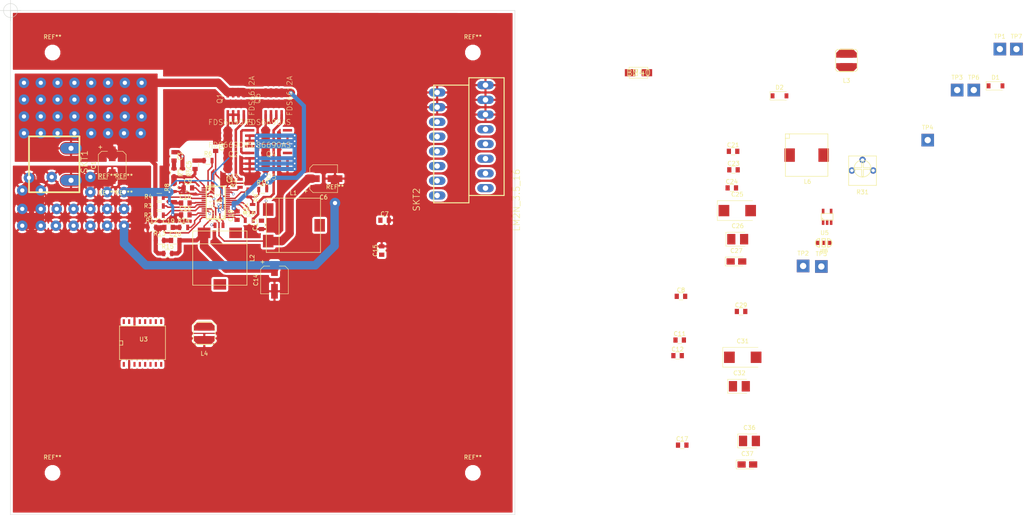
<source format=kicad_pcb>
(kicad_pcb (version 4) (host pcbnew 4.0.6)
  (layers (0 F.Cu signal) (1 In1.Cu signal) (2 In2.Cu signal) (31 B.Cu signal) (34 B.Paste user) (35 F.Paste user) (36 B.SilkS user) (37 F.SilkS user) (38 B.Mask user) (39 F.Mask user) (44 Edge.Cuts user))
  (net 0 "")
  (net 1 GND)
  (net 2 +5V)
  (net 3 "Net-(C3-Pad2)")
  (net 4 "Net-(C4-Pad2)")
  (net 5 "Net-(C5-Pad1)")
  (net 6 "Net-(C5-Pad2)")
  (net 7 "Net-(C8-Pad1)")
  (net 8 "Net-(C11-Pad1)")
  (net 9 "Net-(C9-Pad2)")
  (net 10 "Net-(C10-Pad2)")
  (net 11 "Net-(C13-Pad2)")
  (net 12 +3V3)
  (net 13 "Net-(C16-Pad2)")
  (net 14 "Net-(C17-Pad1)")
  (net 15 "Net-(C18-Pad1)")
  (net 16 "Net-(C19-Pad1)")
  (net 17 "Net-(C19-Pad2)")
  (net 18 "Net-(C20-Pad1)")
  (net 19 "Net-(C23-Pad1)")
  (net 20 "Net-(C29-Pad1)")
  (net 21 "Net-(D1-Pad2)")
  (net 22 "Net-(D2-Pad1)")
  (net 23 "Net-(L6-Pad2)")
  (net 24 /VDDLCD+)
  (net 25 "Net-(R1-Pad1)")
  (net 26 "Net-(R2-Pad2)")
  (net 27 "Net-(R3-Pad2)")
  (net 28 "Net-(R4-Pad2)")
  (net 29 "Net-(R6-Pad2)")
  (net 30 "Net-(R14-Pad2)")
  (net 31 "Net-(R16-Pad1)")
  (net 32 "Net-(R17-Pad1)")
  (net 33 "Net-(R31-Pad1)")
  (net 34 /VDD+12.0)
  (net 35 /GND+12V)
  (net 36 /N$58)
  (net 37 "Net-(C26-Pad1)")
  (net 38 "Net-(C27-Pad1)")
  (net 39 "Net-(JP5-Pad2)")
  (net 40 /DCIN)
  (net 41 /LL1)
  (net 42 /LL2)
  (net 43 /OUT2_U)
  (net 44 /OUT1_U)
  (net 45 /N$54)
  (module Wire_Pads:SolderWirePad_single_1mmDrill (layer F.Cu) (at 81 79.2)
    (fp_text reference REF** hide)
    (fp_text value SolderWirePad_single_1mmDrill hide)
    (pad 1 thru_hole circle (at 0 0) (size 2.49936 2.49936) (drill 1.00076) (layers *.Cu *.Mask) (net 40 /DCIN))
  )
  (module Wire_Pads:SolderWirePad_single_1mmDrill (layer F.Cu) (at 77 79.2)
    (fp_text reference REF** hide)
    (fp_text value SolderWirePad_single_1mmDrill hide)
    (pad 1 thru_hole circle (at 0 0) (size 2.49936 2.49936) (drill 1.00076) (layers *.Cu *.Mask) (net 40 /DCIN))
  )
  (module Wire_Pads:SolderWirePad_single_1mmDrill (layer F.Cu) (at 77.2 67.2)
    (fp_text reference REF** hide)
    (fp_text value SolderWirePad_single_1mmDrill hide)
    (pad 1 thru_hole circle (at 0 0) (size 2.49936 2.49936) (drill 1.00076) (layers *.Cu *.Mask) (net 40 /DCIN))
  )
  (module Wire_Pads:SolderWirePad_single_1mmDrill (layer F.Cu) (at 81.2 67.2)
    (fp_text reference REF** hide)
    (fp_text value SolderWirePad_single_1mmDrill hide)
    (pad 1 thru_hole circle (at 0 0) (size 2.49936 2.49936) (drill 1.00076) (layers *.Cu *.Mask) (net 40 /DCIN))
  )
  (module Wire_Pads:SolderWirePad_single_1mmDrill (layer F.Cu) (at 77.2 71.2)
    (fp_text reference REF** hide)
    (fp_text value SolderWirePad_single_1mmDrill hide)
    (pad 1 thru_hole circle (at 0 0) (size 2.49936 2.49936) (drill 1.00076) (layers *.Cu *.Mask) (net 40 /DCIN))
  )
  (module Wire_Pads:SolderWirePad_single_1mmDrill (layer F.Cu) (at 81.2 71.2)
    (fp_text reference REF** hide)
    (fp_text value SolderWirePad_single_1mmDrill hide)
    (pad 1 thru_hole circle (at 0 0) (size 2.49936 2.49936) (drill 1.00076) (layers *.Cu *.Mask) (net 40 /DCIN))
  )
  (module Wire_Pads:SolderWirePad_single_1mmDrill (layer F.Cu) (at 77.2 75.2)
    (fp_text reference REF** hide)
    (fp_text value SolderWirePad_single_1mmDrill hide)
    (pad 1 thru_hole circle (at 0 0) (size 2.49936 2.49936) (drill 1.00076) (layers *.Cu *.Mask) (net 40 /DCIN))
  )
  (module Wire_Pads:SolderWirePad_single_1mmDrill (layer F.Cu) (at 81.2 75.2)
    (fp_text reference REF** hide)
    (fp_text value SolderWirePad_single_1mmDrill hide)
    (pad 1 thru_hole circle (at 0 0) (size 2.49936 2.49936) (drill 1.00076) (layers *.Cu *.Mask) (net 40 /DCIN))
  )
  (module Wire_Pads:SolderWirePad_single_1mmDrill (layer F.Cu) (at 73.2 79.2)
    (fp_text reference REF** hide)
    (fp_text value SolderWirePad_single_1mmDrill hide)
    (pad 1 thru_hole circle (at 0 0) (size 2.49936 2.49936) (drill 1.00076) (layers *.Cu *.Mask) (net 40 /DCIN))
  )
  (module Wire_Pads:SolderWirePad_single_1mmDrill (layer F.Cu) (at 69.2 79.2)
    (fp_text reference REF** hide)
    (fp_text value SolderWirePad_single_1mmDrill hide)
    (pad 1 thru_hole circle (at 0 0) (size 2.49936 2.49936) (drill 1.00076) (layers *.Cu *.Mask) (net 40 /DCIN))
  )
  (module Wire_Pads:SolderWirePad_single_1mmDrill (layer F.Cu) (at 65.2 79.2)
    (fp_text reference REF** hide)
    (fp_text value SolderWirePad_single_1mmDrill hide)
    (pad 1 thru_hole circle (at 0 0) (size 2.49936 2.49936) (drill 1.00076) (layers *.Cu *.Mask) (net 40 /DCIN))
  )
  (module Wire_Pads:SolderWirePad_single_1mmDrill (layer F.Cu) (at 61.2 79.2)
    (fp_text reference REF** hide)
    (fp_text value SolderWirePad_single_1mmDrill hide)
    (pad 1 thru_hole circle (at 0 0) (size 2.49936 2.49936) (drill 1.00076) (layers *.Cu *.Mask) (net 40 /DCIN))
  )
  (module Wire_Pads:SolderWirePad_single_1mmDrill (layer F.Cu) (at 57.2 79.2)
    (fp_text reference REF** hide)
    (fp_text value SolderWirePad_single_1mmDrill hide)
    (pad 1 thru_hole circle (at 0 0) (size 2.49936 2.49936) (drill 1.00076) (layers *.Cu *.Mask) (net 40 /DCIN))
  )
  (module Wire_Pads:SolderWirePad_single_1mmDrill (layer F.Cu) (at 53.2 79.2)
    (fp_text reference REF** hide)
    (fp_text value SolderWirePad_single_1mmDrill hide)
    (pad 1 thru_hole circle (at 0 0) (size 2.49936 2.49936) (drill 1.00076) (layers *.Cu *.Mask) (net 40 /DCIN))
  )
  (module Wire_Pads:SolderWirePad_single_1mmDrill (layer F.Cu) (at 73.2 75.2)
    (fp_text reference REF** hide)
    (fp_text value SolderWirePad_single_1mmDrill hide)
    (pad 1 thru_hole circle (at 0 0) (size 2.49936 2.49936) (drill 1.00076) (layers *.Cu *.Mask) (net 40 /DCIN))
  )
  (module Wire_Pads:SolderWirePad_single_1mmDrill (layer F.Cu) (at 69.2 75.2)
    (fp_text reference REF** hide)
    (fp_text value SolderWirePad_single_1mmDrill hide)
    (pad 1 thru_hole circle (at 0 0) (size 2.49936 2.49936) (drill 1.00076) (layers *.Cu *.Mask) (net 40 /DCIN))
  )
  (module Wire_Pads:SolderWirePad_single_1mmDrill (layer F.Cu) (at 65.2 75.2)
    (fp_text reference REF** hide)
    (fp_text value SolderWirePad_single_1mmDrill hide)
    (pad 1 thru_hole circle (at 0 0) (size 2.49936 2.49936) (drill 1.00076) (layers *.Cu *.Mask) (net 40 /DCIN))
  )
  (module Wire_Pads:SolderWirePad_single_1mmDrill (layer F.Cu) (at 61.2 75.2)
    (fp_text reference REF** hide)
    (fp_text value SolderWirePad_single_1mmDrill hide)
    (pad 1 thru_hole circle (at 0 0) (size 2.49936 2.49936) (drill 1.00076) (layers *.Cu *.Mask) (net 40 /DCIN))
  )
  (module Wire_Pads:SolderWirePad_single_1mmDrill (layer F.Cu) (at 57.2 75.2)
    (fp_text reference REF** hide)
    (fp_text value SolderWirePad_single_1mmDrill hide)
    (pad 1 thru_hole circle (at 0 0) (size 2.49936 2.49936) (drill 1.00076) (layers *.Cu *.Mask) (net 40 /DCIN))
  )
  (module Wire_Pads:SolderWirePad_single_1mmDrill (layer F.Cu) (at 53.2 75.2)
    (fp_text reference REF** hide)
    (fp_text value SolderWirePad_single_1mmDrill hide)
    (pad 1 thru_hole circle (at 0 0) (size 2.49936 2.49936) (drill 1.00076) (layers *.Cu *.Mask) (net 40 /DCIN))
  )
  (module Wire_Pads:SolderWirePad_single_1mmDrill (layer F.Cu) (at 73.2 71.2)
    (fp_text reference REF** hide)
    (fp_text value SolderWirePad_single_1mmDrill hide)
    (pad 1 thru_hole circle (at 0 0) (size 2.49936 2.49936) (drill 1.00076) (layers *.Cu *.Mask) (net 40 /DCIN))
  )
  (module Wire_Pads:SolderWirePad_single_1mmDrill (layer F.Cu) (at 69.2 71.2)
    (fp_text reference REF** hide)
    (fp_text value SolderWirePad_single_1mmDrill hide)
    (pad 1 thru_hole circle (at 0 0) (size 2.49936 2.49936) (drill 1.00076) (layers *.Cu *.Mask) (net 40 /DCIN))
  )
  (module Wire_Pads:SolderWirePad_single_1mmDrill (layer F.Cu) (at 65.2 71.2)
    (fp_text reference REF** hide)
    (fp_text value SolderWirePad_single_1mmDrill hide)
    (pad 1 thru_hole circle (at 0 0) (size 2.49936 2.49936) (drill 1.00076) (layers *.Cu *.Mask) (net 40 /DCIN))
  )
  (module Wire_Pads:SolderWirePad_single_1mmDrill (layer F.Cu) (at 61.2 71.2)
    (fp_text reference REF** hide)
    (fp_text value SolderWirePad_single_1mmDrill hide)
    (pad 1 thru_hole circle (at 0 0) (size 2.49936 2.49936) (drill 1.00076) (layers *.Cu *.Mask) (net 40 /DCIN))
  )
  (module Wire_Pads:SolderWirePad_single_1mmDrill (layer F.Cu) (at 57.2 71.2)
    (fp_text reference REF** hide)
    (fp_text value SolderWirePad_single_1mmDrill hide)
    (pad 1 thru_hole circle (at 0 0) (size 2.49936 2.49936) (drill 1.00076) (layers *.Cu *.Mask) (net 40 /DCIN))
  )
  (module Wire_Pads:SolderWirePad_single_1mmDrill (layer F.Cu) (at 53.2 71.2)
    (fp_text reference REF** hide)
    (fp_text value SolderWirePad_single_1mmDrill hide)
    (pad 1 thru_hole circle (at 0 0) (size 2.49936 2.49936) (drill 1.00076) (layers *.Cu *.Mask) (net 40 /DCIN))
  )
  (module Wire_Pads:SolderWirePad_single_1mmDrill (layer F.Cu) (at 73.2 67.2)
    (fp_text reference REF** hide)
    (fp_text value SolderWirePad_single_1mmDrill hide)
    (pad 1 thru_hole circle (at 0 0) (size 2.49936 2.49936) (drill 1.00076) (layers *.Cu *.Mask) (net 40 /DCIN))
  )
  (module Wire_Pads:SolderWirePad_single_1mmDrill (layer F.Cu) (at 69.2 67.2)
    (fp_text reference REF** hide)
    (fp_text value SolderWirePad_single_1mmDrill hide)
    (pad 1 thru_hole circle (at 0 0) (size 2.49936 2.49936) (drill 1.00076) (layers *.Cu *.Mask) (net 40 /DCIN))
  )
  (module Wire_Pads:SolderWirePad_single_1mmDrill (layer F.Cu) (at 65.2 67.2)
    (fp_text reference REF** hide)
    (fp_text value SolderWirePad_single_1mmDrill hide)
    (pad 1 thru_hole circle (at 0 0) (size 2.49936 2.49936) (drill 1.00076) (layers *.Cu *.Mask) (net 40 /DCIN))
  )
  (module Wire_Pads:SolderWirePad_single_1mmDrill (layer F.Cu) (at 61.2 67.2)
    (fp_text reference REF** hide)
    (fp_text value SolderWirePad_single_1mmDrill hide)
    (pad 1 thru_hole circle (at 0 0) (size 2.49936 2.49936) (drill 1.00076) (layers *.Cu *.Mask) (net 40 /DCIN))
  )
  (module Wire_Pads:SolderWirePad_single_1mmDrill (layer F.Cu) (at 57.2 67.2)
    (fp_text reference REF** hide)
    (fp_text value SolderWirePad_single_1mmDrill hide)
    (pad 1 thru_hole circle (at 0 0) (size 2.49936 2.49936) (drill 1.00076) (layers *.Cu *.Mask) (net 40 /DCIN))
  )
  (module Wire_Pads:SolderWirePad_single_1mmDrill (layer F.Cu) (at 53.2 67.2)
    (fp_text reference REF** hide)
    (fp_text value SolderWirePad_single_1mmDrill hide)
    (pad 1 thru_hole circle (at 0 0) (size 2.49936 2.49936) (drill 1.00076) (layers *.Cu *.Mask) (net 40 /DCIN))
  )
  (module Wire_Pads:SolderWirePad_single_1mmDrill (layer F.Cu) (at 59.8 89.6)
    (fp_text reference REF** hide)
    (fp_text value SolderWirePad_single_1mmDrill hide)
    (pad 1 thru_hole circle (at 0 0) (size 2.49936 2.49936) (drill 1.00076) (layers *.Cu *.Mask) (net 1 GND))
  )
  (module Wire_Pads:SolderWirePad_single_1mmDrill (layer F.Cu) (at 54.4 89.8)
    (fp_text reference REF** hide)
    (fp_text value SolderWirePad_single_1mmDrill hide)
    (pad 1 thru_hole circle (at 0 0) (size 2.49936 2.49936) (drill 1.00076) (layers *.Cu *.Mask) (net 1 GND))
  )
  (module Wire_Pads:SolderWirePad_single_1mmDrill (layer F.Cu) (at 57.2 92.8)
    (fp_text reference REF** hide)
    (fp_text value SolderWirePad_single_1mmDrill hide)
    (pad 1 thru_hole circle (at 0 0) (size 2.49936 2.49936) (drill 1.00076) (layers *.Cu *.Mask) (net 1 GND))
  )
  (module Wire_Pads:SolderWirePad_single_1mmDrill (layer F.Cu) (at 52.8 92.8)
    (fp_text reference REF** hide)
    (fp_text value SolderWirePad_single_1mmDrill hide)
    (pad 1 thru_hole circle (at 0 0) (size 2.49936 2.49936) (drill 1.00076) (layers *.Cu *.Mask) (net 1 GND))
  )
  (module Wire_Pads:SolderWirePad_single_1mmDrill (layer F.Cu) (at 52.8 97.2)
    (fp_text reference REF** hide)
    (fp_text value SolderWirePad_single_1mmDrill hide)
    (pad 1 thru_hole circle (at 0 0) (size 2.49936 2.49936) (drill 1.00076) (layers *.Cu *.Mask) (net 1 GND))
  )
  (module Wire_Pads:SolderWirePad_single_1mmDrill (layer F.Cu) (at 52.8 101.2)
    (fp_text reference REF** hide)
    (fp_text value SolderWirePad_single_1mmDrill hide)
    (pad 1 thru_hole circle (at 0 0) (size 2.49936 2.49936) (drill 1.00076) (layers *.Cu *.Mask) (net 1 GND))
  )
  (module Wire_Pads:SolderWirePad_single_1mmDrill (layer F.Cu) (at 57.2 101.2)
    (fp_text reference REF** hide)
    (fp_text value SolderWirePad_single_1mmDrill hide)
    (pad 1 thru_hole circle (at 0 0) (size 2.49936 2.49936) (drill 1.00076) (layers *.Cu *.Mask) (net 1 GND))
  )
  (module Wire_Pads:SolderWirePad_single_1mmDrill (layer F.Cu) (at 60.8 101.2)
    (fp_text reference REF** hide)
    (fp_text value SolderWirePad_single_1mmDrill hide)
    (pad 1 thru_hole circle (at 0 0) (size 2.49936 2.49936) (drill 1.00076) (layers *.Cu *.Mask) (net 1 GND))
  )
  (module Wire_Pads:SolderWirePad_single_1mmDrill (layer F.Cu) (at 57.2 97.2)
    (fp_text reference REF** hide)
    (fp_text value SolderWirePad_single_1mmDrill hide)
    (pad 1 thru_hole circle (at 0 0) (size 2.49936 2.49936) (drill 1.00076) (layers *.Cu *.Mask) (net 1 GND))
  )
  (module Wire_Pads:SolderWirePad_single_1mmDrill (layer F.Cu) (at 61 97.2)
    (fp_text reference REF** hide)
    (fp_text value SolderWirePad_single_1mmDrill hide)
    (pad 1 thru_hole circle (at 0 0) (size 2.49936 2.49936) (drill 1.00076) (layers *.Cu *.Mask) (net 1 GND))
  )
  (module Wire_Pads:SolderWirePad_single_1mmDrill (layer F.Cu) (at 65 101.2)
    (fp_text reference REF** hide)
    (fp_text value SolderWirePad_single_1mmDrill hide)
    (pad 1 thru_hole circle (at 0 0) (size 2.49936 2.49936) (drill 1.00076) (layers *.Cu *.Mask) (net 1 GND))
  )
  (module Wire_Pads:SolderWirePad_single_1mmDrill (layer F.Cu) (at 69 101.2)
    (fp_text reference REF** hide)
    (fp_text value SolderWirePad_single_1mmDrill hide)
    (pad 1 thru_hole circle (at 0 0) (size 2.49936 2.49936) (drill 1.00076) (layers *.Cu *.Mask) (net 1 GND))
  )
  (module Wire_Pads:SolderWirePad_single_1mmDrill (layer F.Cu) (at 73 101.2)
    (fp_text reference REF** hide)
    (fp_text value SolderWirePad_single_1mmDrill hide)
    (pad 1 thru_hole circle (at 0 0) (size 2.49936 2.49936) (drill 1.00076) (layers *.Cu *.Mask) (net 1 GND))
  )
  (module Wire_Pads:SolderWirePad_single_1mmDrill (layer F.Cu) (at 77 101.2)
    (fp_text reference REF** hide)
    (fp_text value SolderWirePad_single_1mmDrill hide)
    (pad 1 thru_hole circle (at 0 0) (size 2.49936 2.49936) (drill 1.00076) (layers *.Cu *.Mask) (net 1 GND))
  )
  (module Wire_Pads:SolderWirePad_single_1mmDrill (layer F.Cu) (at 65 97.2)
    (fp_text reference REF** hide)
    (fp_text value SolderWirePad_single_1mmDrill hide)
    (pad 1 thru_hole circle (at 0 0) (size 2.49936 2.49936) (drill 1.00076) (layers *.Cu *.Mask) (net 1 GND))
  )
  (module Wire_Pads:SolderWirePad_single_1mmDrill (layer F.Cu) (at 69 97.2)
    (fp_text reference REF** hide)
    (fp_text value SolderWirePad_single_1mmDrill hide)
    (pad 1 thru_hole circle (at 0 0) (size 2.49936 2.49936) (drill 1.00076) (layers *.Cu *.Mask) (net 1 GND))
  )
  (module Wire_Pads:SolderWirePad_single_1mmDrill (layer F.Cu) (at 73 97.2)
    (fp_text reference REF** (at 0 -3.81) (layer F.SilkS))
    (fp_text value SolderWirePad_single_1mmDrill hide)
    (pad 1 thru_hole circle (at 0 0) (size 2.49936 2.49936) (drill 1.00076) (layers *.Cu *.Mask) (net 1 GND))
  )
  (module Wire_Pads:SolderWirePad_single_1mmDrill (layer F.Cu) (at 77 97.2)
    (fp_text reference REF** (at 0 -3.81) (layer F.SilkS))
    (fp_text value SolderWirePad_single_1mmDrill hide)
    (pad 1 thru_hole circle (at 0 0) (size 2.49936 2.49936) (drill 1.00076) (layers *.Cu *.Mask) (net 1 GND))
  )
  (module Wire_Pads:SolderWirePad_single_1mmDrill (layer F.Cu) (at 69 89.6)
    (fp_text reference REF** hide)
    (fp_text value SolderWirePad_single_1mmDrill hide)
    (pad 1 thru_hole circle (at 0 0) (size 2.49936 2.49936) (drill 1.00076) (layers *.Cu *.Mask) (net 1 GND))
  )
  (module Wire_Pads:SolderWirePad_single_1mmDrill (layer F.Cu) (at 69 93.2)
    (fp_text reference REF** hide)
    (fp_text value SolderWirePad_single_1mmDrill hide)
    (pad 1 thru_hole circle (at 0 0) (size 2.49936 2.49936) (drill 1.00076) (layers *.Cu *.Mask) (net 1 GND))
  )
  (module Wire_Pads:SolderWirePad_single_1mmDrill (layer F.Cu) (at 73 93.2)
    (fp_text reference REF** (at 0 -3.81) (layer F.SilkS))
    (fp_text value SolderWirePad_single_1mmDrill hide)
    (pad 1 thru_hole circle (at 0 0) (size 2.49936 2.49936) (drill 1.00076) (layers *.Cu *.Mask) (net 1 GND))
  )
  (module Mounting_Holes:MountingHole_2.7mm_M2.5 (layer F.Cu) (at 60 60)
    (fp_text reference REF** (at 0 -3.7) (layer F.SilkS))
    (fp_text value MountingHole_2.7mm_M2.5 hide)
    (pad 1 np_thru_hole circle (at 0 0) (size 2.7 2.7) (drill 2.7) (layers *.Cu *.Mask))
  )
  (module Mounting_Holes:MountingHole_2.7mm_M2.5 (layer F.Cu) (at 160 60)
    (fp_text reference REF** (at 0 -3.7) (layer F.SilkS))
    (fp_text value MountingHole_2.7mm_M2.5)
    (pad 1 np_thru_hole circle (at 0 0) (size 2.7 2.7) (drill 2.7) (layers *.Cu *.Mask))
  )
  (module Mounting_Holes:MountingHole_2.7mm_M2.5 (layer F.Cu) (at 60 160)
    (fp_text reference REF** (at 0 -3.7) (layer F.SilkS))
    (fp_text value MountingHole_2.7mm_M2.5)
    (pad 1 np_thru_hole circle (at 0 0) (size 2.7 2.7) (drill 2.7) (layers *.Cu *.Mask))
  )
  (module Mounting_Holes:MountingHole_2.7mm_M2.5 (layer F.Cu) (at 160 160)
    (fp_text reference REF** (at 0 -3.7) (layer F.SilkS))
    (fp_text value MountingHole_2.7mm_M2.5)
    (pad 1 np_thru_hole circle (at 0 0) (size 2.7 2.7) (drill 2.7) (layers *.Cu *.Mask))
  )
  (module Capacitors_SMD:CP_Elec_6.3x7.7 (layer F.Cu) (at 74.2 86.8 270)
    (fp_text reference C1 (at 0 4.43 270) (layer F.SilkS))
    (fp_text value 2.2uF hide)
    (fp_text user + (at -4.28 2.91 270) (layer F.SilkS))
    (pad 1 smd rect (at -2.7 0 90) (size 3.5 1.6) (layers F.Cu F.Paste F.Mask) (net 40 /DCIN))
    (pad 2 smd rect (at 2.7 0 90) (size 3.5 1.6) (layers F.Cu F.Paste F.Mask) (net 1 GND))
  )
  (module Capacitors_SMD:C_0805 (layer F.Cu) (at 100.6 90.1 270)
    (fp_text reference C2 (at 0 -1.5 270) (layer F.SilkS))
    (fp_text value 2.2uF hide)
    (pad 1 smd rect (at -1 0 270) (size 1 1.25) (layers F.Cu F.Paste F.Mask) (net 40 /DCIN))
    (pad 2 smd rect (at 1 0 270) (size 1 1.25) (layers F.Cu F.Paste F.Mask) (net 1 GND))
  )
  (module Capacitors_SMD:C_0805 (layer F.Cu) (at 88.9 84.7 270)
    (fp_text reference C3 (at 0 -1.5 270) (layer F.SilkS))
    (fp_text value 6800pF hide)
    (pad 1 smd rect (at -1 0 270) (size 1 1.25) (layers F.Cu F.Paste F.Mask) (net 2 +5V))
    (pad 2 smd rect (at 1 0 270) (size 1 1.25) (layers F.Cu F.Paste F.Mask) (net 3 "Net-(C3-Pad2)"))
  )
  (module Capacitors_SMD:C_0805 (layer F.Cu) (at 98.8 82.4 270)
    (fp_text reference C4 (at 0 -1.5 270) (layer F.SilkS))
    (fp_text value 0.1uF hide)
    (pad 1 smd rect (at -1 0 270) (size 1 1.25) (layers F.Cu F.Paste F.Mask) (net 41 /LL1))
    (pad 2 smd rect (at 1 0 270) (size 1 1.25) (layers F.Cu F.Paste F.Mask) (net 4 "Net-(C4-Pad2)"))
  )
  (module Capacitors_SMD:C_0805 (layer F.Cu) (at 93.9 86.7 90)
    (fp_text reference C5 (at 0 -1.5 90) (layer F.SilkS))
    (fp_text value 3900pF hide)
    (pad 1 smd rect (at -1 0 90) (size 1 1.25) (layers F.Cu F.Paste F.Mask) (net 5 "Net-(C5-Pad1)"))
    (pad 2 smd rect (at 1 0 90) (size 1 1.25) (layers F.Cu F.Paste F.Mask) (net 6 "Net-(C5-Pad2)"))
  )
  (module Capacitors_SMD:CP_Elec_6.3x7.7 (layer F.Cu) (at 124.5 90)
    (fp_text reference C6 (at 0 4.43) (layer F.SilkS))
    (fp_text value 150uF hide)
    (fp_text user + (at -4.28 2.91) (layer F.SilkS))
    (pad 1 smd rect (at -2.7 0 180) (size 3.5 1.6) (layers F.Cu F.Paste F.Mask) (net 2 +5V))
    (pad 2 smd rect (at 2.7 0 180) (size 3.5 1.6) (layers F.Cu F.Paste F.Mask) (net 1 GND))
  )
  (module Capacitors_SMD:C_0805 (layer F.Cu) (at 139 99.9)
    (fp_text reference C7 (at 0 -1.5) (layer F.SilkS))
    (fp_text value 0.01uF hide)
    (pad 1 smd rect (at -1 0) (size 1 1.25) (layers F.Cu F.Paste F.Mask) (net 2 +5V))
    (pad 2 smd rect (at 1 0) (size 1 1.25) (layers F.Cu F.Paste F.Mask) (net 1 GND))
  )
  (module Capacitors_SMD:C_0805 (layer F.Cu) (at 209.5 118)
    (fp_text reference C8 (at 0 -1.5) (layer F.SilkS))
    (fp_text value TBD hide)
    (pad 1 smd rect (at -1 0) (size 1 1.25) (layers F.Cu F.Paste F.Mask) (net 7 "Net-(C8-Pad1)"))
    (pad 2 smd rect (at 1 0) (size 1 1.25) (layers F.Cu F.Paste F.Mask) (net 8 "Net-(C11-Pad1)"))
  )
  (module Capacitors_SMD:C_0805 (layer F.Cu) (at 92.2 92.2)
    (fp_text reference C9 (at 0 -1.5) (layer F.SilkS))
    (fp_text value 0.01uF hide)
    (pad 1 smd rect (at -1 0) (size 1 1.25) (layers F.Cu F.Paste F.Mask) (net 1 GND))
    (pad 2 smd rect (at 1 0) (size 1 1.25) (layers F.Cu F.Paste F.Mask) (net 9 "Net-(C9-Pad2)"))
  )
  (module Capacitors_SMD:C_0805 (layer F.Cu) (at 91.6 95.8)
    (fp_text reference C10 (at 0 -1.5) (layer F.SilkS))
    (fp_text value 0.01uF hide)
    (pad 1 smd rect (at -1 0) (size 1 1.25) (layers F.Cu F.Paste F.Mask) (net 1 GND))
    (pad 2 smd rect (at 1 0) (size 1 1.25) (layers F.Cu F.Paste F.Mask) (net 10 "Net-(C10-Pad2)"))
  )
  (module Capacitors_SMD:C_0805 (layer F.Cu) (at 209.2 128.4)
    (fp_text reference C11 (at 0 -1.5) (layer F.SilkS))
    (fp_text value 2.2uF hide)
    (pad 1 smd rect (at -1 0) (size 1 1.25) (layers F.Cu F.Paste F.Mask) (net 8 "Net-(C11-Pad1)"))
    (pad 2 smd rect (at 1 0) (size 1 1.25) (layers F.Cu F.Paste F.Mask) (net 1 GND))
  )
  (module Capacitors_SMD:C_0805 (layer F.Cu) (at 208.7 132.1)
    (fp_text reference C12 (at 0 -1.5) (layer F.SilkS))
    (fp_text value 22uF hide)
    (pad 1 smd rect (at -1 0) (size 1 1.25) (layers F.Cu F.Paste F.Mask) (net 40 /DCIN))
    (pad 2 smd rect (at 1 0) (size 1 1.25) (layers F.Cu F.Paste F.Mask) (net 1 GND))
  )
  (module Capacitors_SMD:C_0805 (layer F.Cu) (at 109.7 101 90)
    (fp_text reference C13 (at 0 -1.5 90) (layer F.SilkS))
    (fp_text value 2.2uF hide)
    (pad 1 smd rect (at -1 0 90) (size 1 1.25) (layers F.Cu F.Paste F.Mask) (net 1 GND))
    (pad 2 smd rect (at 1 0 90) (size 1 1.25) (layers F.Cu F.Paste F.Mask) (net 11 "Net-(C13-Pad2)"))
  )
  (module Capacitors_SMD:CP_Elec_6.3x7.7 (layer F.Cu) (at 112.8 114.1 270)
    (fp_text reference C14 (at 0 4.43 270) (layer F.SilkS))
    (fp_text value 150uF hide)
    (fp_text user + (at -4.28 2.91 270) (layer F.SilkS))
    (pad 1 smd rect (at -2.7 0 90) (size 3.5 1.6) (layers F.Cu F.Paste F.Mask) (net 12 +3V3))
    (pad 2 smd rect (at 2.7 0 90) (size 3.5 1.6) (layers F.Cu F.Paste F.Mask) (net 1 GND))
  )
  (module Capacitors_SMD:C_0805 (layer F.Cu) (at 138.3 107.1 90)
    (fp_text reference C15 (at 0 -1.5 90) (layer F.SilkS))
    (fp_text value 0.01uF hide)
    (pad 1 smd rect (at -1 0 90) (size 1 1.25) (layers F.Cu F.Paste F.Mask) (net 12 +3V3))
    (pad 2 smd rect (at 1 0 90) (size 1 1.25) (layers F.Cu F.Paste F.Mask) (net 1 GND))
  )
  (module Capacitors_SMD:C_0805 (layer F.Cu) (at 91.6 98.6)
    (fp_text reference C16 (at 0 -1.5) (layer F.SilkS))
    (fp_text value 0.01uF hide)
    (pad 1 smd rect (at -1 0) (size 1 1.25) (layers F.Cu F.Paste F.Mask) (net 1 GND))
    (pad 2 smd rect (at 1 0) (size 1 1.25) (layers F.Cu F.Paste F.Mask) (net 13 "Net-(C16-Pad2)"))
  )
  (module Capacitors_SMD:C_0805 (layer F.Cu) (at 209.8 153.4)
    (fp_text reference C17 (at 0 -1.5) (layer F.SilkS))
    (fp_text value TBD hide)
    (pad 1 smd rect (at -1 0) (size 1 1.25) (layers F.Cu F.Paste F.Mask) (net 14 "Net-(C17-Pad1)"))
    (pad 2 smd rect (at 1 0) (size 1 1.25) (layers F.Cu F.Paste F.Mask) (net 8 "Net-(C11-Pad1)"))
  )
  (module Capacitors_SMD:C_0805 (layer F.Cu) (at 103.9 98.8 90)
    (fp_text reference C18 (at 0 -1.5 90) (layer F.SilkS))
    (fp_text value 0.1uF hide)
    (pad 1 smd rect (at -1 0 90) (size 1 1.25) (layers F.Cu F.Paste F.Mask) (net 15 "Net-(C18-Pad1)"))
    (pad 2 smd rect (at 1 0 90) (size 1 1.25) (layers F.Cu F.Paste F.Mask) (net 42 /LL2))
  )
  (module Capacitors_SMD:C_0805 (layer F.Cu) (at 87.6 101.6)
    (fp_text reference C19 (at 0 -1.5) (layer F.SilkS))
    (fp_text value 3300pF hide)
    (pad 1 smd rect (at -1 0) (size 1 1.25) (layers F.Cu F.Paste F.Mask) (net 16 "Net-(C19-Pad1)"))
    (pad 2 smd rect (at 1 0) (size 1 1.25) (layers F.Cu F.Paste F.Mask) (net 17 "Net-(C19-Pad2)"))
  )
  (module Capacitors_SMD:C_0805 (layer F.Cu) (at 89.2 104.7)
    (fp_text reference C20 (at 0 -1.5) (layer F.SilkS))
    (fp_text value 2200pF hide)
    (pad 1 smd rect (at -1 0) (size 1 1.25) (layers F.Cu F.Paste F.Mask) (net 18 "Net-(C20-Pad1)"))
    (pad 2 smd rect (at 1 0) (size 1 1.25) (layers F.Cu F.Paste F.Mask) (net 12 +3V3))
  )
  (module Capacitors_SMD:C_0805 (layer F.Cu) (at 221.9 83.5)
    (fp_text reference C21 (at 0 -1.5) (layer F.SilkS))
    (fp_text value 2.2uF hide)
    (pad 1 smd rect (at -1 0) (size 1 1.25) (layers F.Cu F.Paste F.Mask) (net 1 GND))
    (pad 2 smd rect (at 1 0) (size 1 1.25) (layers F.Cu F.Paste F.Mask) (net 40 /DCIN))
  )
  (module Capacitors_SMD:C_0805 (layer F.Cu) (at 222 87.9)
    (fp_text reference C23 (at 0 -1.5) (layer F.SilkS))
    (fp_text value 0.01uF hide)
    (pad 1 smd rect (at -1 0) (size 1 1.25) (layers F.Cu F.Paste F.Mask) (net 19 "Net-(C23-Pad1)"))
    (pad 2 smd rect (at 1 0) (size 1 1.25) (layers F.Cu F.Paste F.Mask) (net 1 GND))
  )
  (module Capacitors_SMD:C_0805 (layer F.Cu) (at 221.6 92.2)
    (fp_text reference C24 (at 0 -1.5) (layer F.SilkS))
    (fp_text value 0.1uF hide)
    (pad 1 smd rect (at -1 0) (size 1 1.25) (layers F.Cu F.Paste F.Mask) (net 2 +5V))
    (pad 2 smd rect (at 1 0) (size 1 1.25) (layers F.Cu F.Paste F.Mask) (net 1 GND))
  )
  (module Capacitors_Tantalum_SMD:CP_Tantalum_Case-X_EIA-7343-43_Reflow (layer F.Cu) (at 222.9 97.6)
    (fp_text reference C25 (at 0 -3.85) (layer F.SilkS))
    (fp_text value 100uF hide)
    (pad 1 smd rect (at -3.175 0) (size 2.55 2.7) (layers F.Cu F.Paste F.Mask) (net 34 /VDD+12.0))
    (pad 2 smd rect (at 3.175 0) (size 2.55 2.7) (layers F.Cu F.Paste F.Mask) (net 1 GND))
  )
  (module Capacitors_Tantalum_SMD:CP_Tantalum_Case-B_EIA-3528-21_Reflow (layer F.Cu) (at 223 104.4)
    (fp_text reference C26 (at 0 -3.15) (layer F.SilkS))
    (fp_text value 10uF hide)
    (pad 1 smd rect (at -1.525 0) (size 1.95 2.5) (layers F.Cu F.Paste F.Mask) (net 37 "Net-(C26-Pad1)"))
    (pad 2 smd rect (at 1.525 0) (size 1.95 2.5) (layers F.Cu F.Paste F.Mask) (net 1 GND))
  )
  (module Capacitors_Tantalum_SMD:CP_Tantalum_Case-A_EIA-3216-18_Reflow (layer F.Cu) (at 222.7 109.7)
    (fp_text reference C27 (at 0 -2.55) (layer F.SilkS))
    (fp_text value 1uF hide)
    (pad 1 smd rect (at -1.375 0) (size 1.95 1.5) (layers F.Cu F.Paste F.Mask) (net 38 "Net-(C27-Pad1)"))
    (pad 2 smd rect (at 1.375 0) (size 1.95 1.5) (layers F.Cu F.Paste F.Mask) (net 1 GND))
  )
  (module Capacitors_SMD:C_0805 (layer F.Cu) (at 223.8 121.6)
    (fp_text reference C29 (at 0 -1.5) (layer F.SilkS))
    (fp_text value 0.01uF hide)
    (pad 1 smd rect (at -1 0) (size 1 1.25) (layers F.Cu F.Paste F.Mask) (net 20 "Net-(C29-Pad1)"))
    (pad 2 smd rect (at 1 0) (size 1 1.25) (layers F.Cu F.Paste F.Mask) (net 1 GND))
  )
  (module Capacitors_Tantalum_SMD:CP_Tantalum_Case-X_EIA-7343-43_Reflow (layer F.Cu) (at 224.2 132.5)
    (fp_text reference C31 (at 0 -3.85) (layer F.SilkS))
    (fp_text value 100uF hide)
    (pad 1 smd rect (at -3.175 0) (size 2.55 2.7) (layers F.Cu F.Paste F.Mask) (net 1 GND))
    (pad 2 smd rect (at 3.175 0) (size 2.55 2.7) (layers F.Cu F.Paste F.Mask) (net 35 /GND+12V))
  )
  (module Capacitors_Tantalum_SMD:CP_Tantalum_Case-B_EIA-3528-21_Reflow (layer F.Cu) (at 223.4 139.4)
    (fp_text reference C32 (at 0 -3.15) (layer F.SilkS))
    (fp_text value "22uF Tantalum" hide)
    (pad 1 smd rect (at -1.525 0) (size 1.95 2.5) (layers F.Cu F.Paste F.Mask) (net 2 +5V))
    (pad 2 smd rect (at 1.525 0) (size 1.95 2.5) (layers F.Cu F.Paste F.Mask) (net 1 GND))
  )
  (module Capacitors_Tantalum_SMD:CP_Tantalum_Case-B_EIA-3528-21_Reflow (layer F.Cu) (at 225.8 152.4)
    (fp_text reference C36 (at 0 -3.15) (layer F.SilkS))
    (fp_text value 10uF hide)
    (pad 1 smd rect (at -1.525 0) (size 1.95 2.5) (layers F.Cu F.Paste F.Mask) (net 2 +5V))
    (pad 2 smd rect (at 1.525 0) (size 1.95 2.5) (layers F.Cu F.Paste F.Mask) (net 1 GND))
  )
  (module Capacitors_Tantalum_SMD:CP_Tantalum_Case-A_EIA-3216-18_Reflow (layer F.Cu) (at 225.3 158)
    (fp_text reference C37 (at 0 -2.55) (layer F.SilkS))
    (fp_text value 1uF hide)
    (pad 1 smd rect (at -1.375 0) (size 1.95 1.5) (layers F.Cu F.Paste F.Mask) (net 24 /VDDLCD+))
    (pad 2 smd rect (at 1.375 0) (size 1.95 1.5) (layers F.Cu F.Paste F.Mask) (net 1 GND))
  )
  (module Diodes_SMD:D_SOD-123 (layer F.Cu) (at 284.34 67.925)
    (fp_text reference D1 (at 0 -2) (layer F.SilkS))
    (fp_text value MBR630)
    (pad 1 smd rect (at -1.65 0) (size 0.9 1.2) (layers F.Cu F.Paste F.Mask) (net 34 /VDD+12.0))
    (pad 2 smd rect (at 1.65 0) (size 0.9 1.2) (layers F.Cu F.Paste F.Mask) (net 21 "Net-(D1-Pad2)"))
  )
  (module Diodes_SMD:D_SOD-123 (layer F.Cu) (at 232.95 70.3)
    (fp_text reference D2 (at 0 -2) (layer F.SilkS))
    (fp_text value MBR530)
    (pad 1 smd rect (at -1.65 0) (size 0.9 1.2) (layers F.Cu F.Paste F.Mask) (net 22 "Net-(D2-Pad1)"))
    (pad 2 smd rect (at 1.65 0) (size 0.9 1.2) (layers F.Cu F.Paste F.Mask) (net 35 /GND+12V))
  )
  (module jumper:SOLDER-JUMPER_2-WAY (layer F.Cu) (at 243.443285 105.277601)
    (fp_text reference JP5 (at 0 1.905) (layer F.SilkS) (effects (font (size 0.762 0.762) (thickness 0.1524))))
    (fp_text value "Jumper 5" hide)
    (pad 1 smd rect (at -1.35 0) (size 1 1) (layers F.Cu F.Paste F.Mask) (net 1 GND))
    (pad 3 smd rect (at 1.35 0) (size 1 1) (layers F.Cu F.Paste F.Mask) (net 2 +5V))
    (pad 2 smd rect (at 0 0) (size 1 1) (layers F.Cu F.Paste F.Mask) (net 39 "Net-(JP5-Pad2)"))
  )
  (module Inductors:Inductor_Murata_3900_Series (layer F.Cu) (at 117.3 101.1 180)
    (fp_text reference L1 (at 0 7.7 180) (layer F.SilkS))
    (fp_text value 4uH)
    (pad 1 smd rect (at 6 3.75 180) (size 2.5 3) (layers F.Cu F.Paste F.Mask) (net 41 /LL1))
    (pad 2 smd rect (at 6 -3.75 180) (size 2.5 3) (layers F.Cu F.Paste F.Mask) (net 2 +5V))
    (pad 3 smd rect (at -6.25 0 180) (size 2.5 3) (layers F.Cu F.Paste F.Mask))
  )
  (module Inductors:Inductor_Murata_3900_Series (layer F.Cu) (at 99.8 108.9 90)
    (fp_text reference L2 (at 0 7.7 90) (layer F.SilkS))
    (fp_text value 4uH)
    (pad 1 smd rect (at 6 3.75 90) (size 2.5 3) (layers F.Cu F.Paste F.Mask) (net 42 /LL2))
    (pad 2 smd rect (at 6 -3.75 90) (size 2.5 3) (layers F.Cu F.Paste F.Mask) (net 12 +3V3))
    (pad 3 smd rect (at -6.25 0 90) (size 2.5 3) (layers F.Cu F.Paste F.Mask))
  )
  (module Inductors:Inductor_TDK_VLCF5020_Series (layer F.Cu) (at 248.885001 61.875)
    (fp_text reference L3 (at 0 4.8) (layer F.SilkS))
    (fp_text value 100uH)
    (pad 1 smd rect (at 0 -1.7) (size 3 2.1) (layers F.Cu F.Paste F.Mask) (net 2 +5V))
    (pad 1 smd rect (at 0 -1.225) (size 4.9 1.15) (layers F.Cu F.Paste F.Mask) (net 2 +5V))
    (pad 1 smd rect (at -1.5 -1.8 45) (size 1.3435 1.34) (layers F.Cu F.Paste F.Mask) (net 2 +5V))
    (pad 1 smd rect (at 1.5 -1.8 45) (size 1.3435 1.34) (layers F.Cu F.Paste F.Mask) (net 2 +5V))
    (pad 2 smd rect (at -1.5 1.8 45) (size 1.3435 1.34) (layers F.Cu F.Paste F.Mask) (net 21 "Net-(D1-Pad2)"))
    (pad 2 smd rect (at 1.5 1.8 45) (size 1.3435 1.34) (layers F.Cu F.Paste F.Mask) (net 21 "Net-(D1-Pad2)"))
    (pad 2 smd rect (at 0 1.225) (size 4.9 1.15) (layers F.Cu F.Paste F.Mask) (net 21 "Net-(D1-Pad2)"))
    (pad 2 smd rect (at 0 1.7) (size 3 2.1) (layers F.Cu F.Paste F.Mask) (net 21 "Net-(D1-Pad2)"))
  )
  (module Inductors:Inductor_TDK_VLCF5020_Series (layer F.Cu) (at 96.1 126.8)
    (fp_text reference L4 (at 0 4.8) (layer F.SilkS))
    (fp_text value 100uH)
    (pad 1 smd rect (at 0 -1.7) (size 3 2.1) (layers F.Cu F.Paste F.Mask) (net 22 "Net-(D2-Pad1)"))
    (pad 1 smd rect (at 0 -1.225) (size 4.9 1.15) (layers F.Cu F.Paste F.Mask) (net 22 "Net-(D2-Pad1)"))
    (pad 1 smd rect (at -1.5 -1.8 45) (size 1.3435 1.34) (layers F.Cu F.Paste F.Mask) (net 22 "Net-(D2-Pad1)"))
    (pad 1 smd rect (at 1.5 -1.8 45) (size 1.3435 1.34) (layers F.Cu F.Paste F.Mask) (net 22 "Net-(D2-Pad1)"))
    (pad 2 smd rect (at -1.5 1.8 45) (size 1.3435 1.34) (layers F.Cu F.Paste F.Mask) (net 1 GND))
    (pad 2 smd rect (at 1.5 1.8 45) (size 1.3435 1.34) (layers F.Cu F.Paste F.Mask) (net 1 GND))
    (pad 2 smd rect (at 0 1.225) (size 4.9 1.15) (layers F.Cu F.Paste F.Mask) (net 1 GND))
    (pad 2 smd rect (at 0 1.7) (size 3 2.1) (layers F.Cu F.Paste F.Mask) (net 1 GND))
  )
  (module Inductors:Inductor_TDK__SLF_Series (layer F.Cu) (at 239.4 84.4)
    (fp_text reference L6 (at 0.2 6.3) (layer F.SilkS))
    (fp_text value 22uH)
    (pad 1 smd rect (at -4.05 0) (size 2.5 3.2) (layers F.Cu F.Paste F.Mask) (net 2 +5V))
    (pad 2 smd rect (at 4.05 0) (size 2.5 3.2) (layers F.Cu F.Paste F.Mask) (net 23 "Net-(L6-Pad2)"))
  )
  (module schottky:B240 (layer F.Cu) (at 199.4 64.8)
    (fp_text reference M4 (at 0 0) (layer F.SilkS))
    (fp_text value B240 (at 0 0) (layer F.SilkS))
    (pad A smd rect (at -1.99898 0) (size 2.49936 1.69926) (layers F.Cu F.Paste F.Mask) (net 23 "Net-(L6-Pad2)"))
    (pad C smd rect (at 1.99898 0) (size 2.49936 1.69926) (layers F.Cu F.Paste F.Mask) (net 24 /VDDLCD+))
  )
  (module Mosfet_Special_Pinout:FDS6612A (layer F.Cu) (at 103.6 72.2)
    (fp_text reference Q1 (at -3.81 -1.27 90) (layer F.SilkS) (effects (font (size 1.27 1.27) (thickness 0.1016))))
    (fp_text value FDS6612A (at 3.81 -1.905 90) (layer F.SilkS) (effects (font (size 1.27 1.27) (thickness 0.1016))))
    (pad S smd rect (at -1.905 2.59842) (size 0.59944 2.19964) (layers F.Cu F.Paste F.Mask) (net 41 /LL1))
    (pad S smd rect (at -0.635 2.59842) (size 0.59944 2.19964) (layers F.Cu F.Paste F.Mask) (net 41 /LL1))
    (pad S smd rect (at 0.635 2.59842) (size 0.59944 2.19964) (layers F.Cu F.Paste F.Mask) (net 41 /LL1))
    (pad G smd rect (at 1.905 2.59842) (size 0.59944 2.19964) (layers F.Cu F.Paste F.Mask) (net 44 /OUT1_U))
    (pad D smd rect (at 1.905 -2.59842) (size 0.59944 2.19964) (layers F.Cu F.Paste F.Mask) (net 40 /DCIN))
    (pad D smd rect (at 0.635 -2.59842) (size 0.59944 2.19964) (layers F.Cu F.Paste F.Mask) (net 40 /DCIN))
    (pad D smd rect (at -0.635 -2.59842) (size 0.59944 2.19964) (layers F.Cu F.Paste F.Mask) (net 40 /DCIN))
    (pad D smd rect (at -1.905 -2.59842) (size 0.59944 2.19964) (layers F.Cu F.Paste F.Mask) (net 40 /DCIN))
  )
  (module Mosfet_Special_Pinout:FDS6690AS (layer F.Cu) (at 104.3 80.4 90)
    (fp_text reference Q2 (at -3.81 -1.27 180) (layer F.SilkS) (effects (font (size 1.27 1.27) (thickness 0.1016))))
    (fp_text value FDS6690AS (at 3.81 -1.905 180) (layer F.SilkS) (effects (font (size 1.27 1.27) (thickness 0.1016))))
    (pad S smd rect (at -1.905 2.59842 90) (size 0.59944 2.19964) (layers F.Cu F.Paste F.Mask) (net 1 GND))
    (pad S smd rect (at -0.635 2.59842 90) (size 0.59944 2.19964) (layers F.Cu F.Paste F.Mask) (net 1 GND))
    (pad S smd rect (at 0.635 2.59842 90) (size 0.59944 2.19964) (layers F.Cu F.Paste F.Mask) (net 1 GND))
    (pad g smd rect (at 1.905 2.59842 90) (size 0.59944 2.19964) (layers F.Cu F.Paste F.Mask))
    (pad D smd rect (at 1.905 -2.59842 90) (size 0.59944 2.19964) (layers F.Cu F.Paste F.Mask) (net 41 /LL1))
    (pad D smd rect (at 0.635 -2.59842 90) (size 0.59944 2.19964) (layers F.Cu F.Paste F.Mask) (net 41 /LL1))
    (pad D smd rect (at -0.635 -2.59842 90) (size 0.59944 2.19964) (layers F.Cu F.Paste F.Mask) (net 41 /LL1))
    (pad D smd rect (at -1.905 -2.59842 90) (size 0.59944 2.19964) (layers F.Cu F.Paste F.Mask) (net 41 /LL1))
  )
  (module Mosfet_Special_Pinout:FDS6690AS (layer F.Cu) (at 104.3 85.8 90)
    (fp_text reference Q3 (at -3.81 -1.27 180) (layer F.SilkS) (effects (font (size 1.27 1.27) (thickness 0.1016))))
    (fp_text value FDS6690AS (at 3.81 -1.905 180) (layer F.SilkS) (effects (font (size 1.27 1.27) (thickness 0.1016))))
    (pad S smd rect (at -1.905 2.59842 90) (size 0.59944 2.19964) (layers F.Cu F.Paste F.Mask) (net 1 GND))
    (pad S smd rect (at -0.635 2.59842 90) (size 0.59944 2.19964) (layers F.Cu F.Paste F.Mask) (net 1 GND))
    (pad S smd rect (at 0.635 2.59842 90) (size 0.59944 2.19964) (layers F.Cu F.Paste F.Mask) (net 1 GND))
    (pad g smd rect (at 1.905 2.59842 90) (size 0.59944 2.19964) (layers F.Cu F.Paste F.Mask))
    (pad D smd rect (at 1.905 -2.59842 90) (size 0.59944 2.19964) (layers F.Cu F.Paste F.Mask) (net 41 /LL1))
    (pad D smd rect (at 0.635 -2.59842 90) (size 0.59944 2.19964) (layers F.Cu F.Paste F.Mask) (net 41 /LL1))
    (pad D smd rect (at -0.635 -2.59842 90) (size 0.59944 2.19964) (layers F.Cu F.Paste F.Mask) (net 41 /LL1))
    (pad D smd rect (at -1.905 -2.59842 90) (size 0.59944 2.19964) (layers F.Cu F.Paste F.Mask) (net 41 /LL1))
  )
  (module Mosfet_Special_Pinout:FDS6690AS (layer F.Cu) (at 113.3 80.4 90)
    (fp_text reference Q4 (at -3.81 -1.27 180) (layer F.SilkS) (effects (font (size 1.27 1.27) (thickness 0.1016))))
    (fp_text value FDS6690AS (at 3.81 -1.905 180) (layer F.SilkS) (effects (font (size 1.27 1.27) (thickness 0.1016))))
    (pad S smd rect (at -1.905 2.59842 90) (size 0.59944 2.19964) (layers F.Cu F.Paste F.Mask) (net 1 GND))
    (pad S smd rect (at -0.635 2.59842 90) (size 0.59944 2.19964) (layers F.Cu F.Paste F.Mask) (net 1 GND))
    (pad S smd rect (at 0.635 2.59842 90) (size 0.59944 2.19964) (layers F.Cu F.Paste F.Mask) (net 1 GND))
    (pad g smd rect (at 1.905 2.59842 90) (size 0.59944 2.19964) (layers F.Cu F.Paste F.Mask))
    (pad D smd rect (at 1.905 -2.59842 90) (size 0.59944 2.19964) (layers F.Cu F.Paste F.Mask) (net 42 /LL2))
    (pad D smd rect (at 0.635 -2.59842 90) (size 0.59944 2.19964) (layers F.Cu F.Paste F.Mask) (net 42 /LL2))
    (pad D smd rect (at -0.635 -2.59842 90) (size 0.59944 2.19964) (layers F.Cu F.Paste F.Mask) (net 42 /LL2))
    (pad D smd rect (at -1.905 -2.59842 90) (size 0.59944 2.19964) (layers F.Cu F.Paste F.Mask) (net 42 /LL2))
  )
  (module Mosfet_Special_Pinout:FDS6690AS (layer F.Cu) (at 113.3 85.8 90)
    (fp_text reference Q5 (at -3.81 -1.27 180) (layer F.SilkS) (effects (font (size 1.27 1.27) (thickness 0.1016))))
    (fp_text value FDS6690AS (at 3.81 -1.905 180) (layer F.SilkS) (effects (font (size 1.27 1.27) (thickness 0.1016))))
    (pad S smd rect (at -1.905 2.59842 90) (size 0.59944 2.19964) (layers F.Cu F.Paste F.Mask) (net 1 GND))
    (pad S smd rect (at -0.635 2.59842 90) (size 0.59944 2.19964) (layers F.Cu F.Paste F.Mask) (net 1 GND))
    (pad S smd rect (at 0.635 2.59842 90) (size 0.59944 2.19964) (layers F.Cu F.Paste F.Mask) (net 1 GND))
    (pad g smd rect (at 1.905 2.59842 90) (size 0.59944 2.19964) (layers F.Cu F.Paste F.Mask))
    (pad D smd rect (at 1.905 -2.59842 90) (size 0.59944 2.19964) (layers F.Cu F.Paste F.Mask) (net 42 /LL2))
    (pad D smd rect (at 0.635 -2.59842 90) (size 0.59944 2.19964) (layers F.Cu F.Paste F.Mask) (net 42 /LL2))
    (pad D smd rect (at -0.635 -2.59842 90) (size 0.59944 2.19964) (layers F.Cu F.Paste F.Mask) (net 42 /LL2))
    (pad D smd rect (at -1.905 -2.59842 90) (size 0.59944 2.19964) (layers F.Cu F.Paste F.Mask) (net 42 /LL2))
  )
  (module Mosfet_Special_Pinout:FDS6612A (layer F.Cu) (at 112.6 72.2)
    (fp_text reference Q6 (at -3.81 -1.27 90) (layer F.SilkS) (effects (font (size 1.27 1.27) (thickness 0.1016))))
    (fp_text value FDS6612A (at 3.81 -1.905 90) (layer F.SilkS) (effects (font (size 1.27 1.27) (thickness 0.1016))))
    (pad S smd rect (at -1.905 2.59842) (size 0.59944 2.19964) (layers F.Cu F.Paste F.Mask) (net 42 /LL2))
    (pad S smd rect (at -0.635 2.59842) (size 0.59944 2.19964) (layers F.Cu F.Paste F.Mask) (net 42 /LL2))
    (pad S smd rect (at 0.635 2.59842) (size 0.59944 2.19964) (layers F.Cu F.Paste F.Mask) (net 42 /LL2))
    (pad G smd rect (at 1.905 2.59842) (size 0.59944 2.19964) (layers F.Cu F.Paste F.Mask) (net 43 /OUT2_U))
    (pad D smd rect (at 1.905 -2.59842) (size 0.59944 2.19964) (layers F.Cu F.Paste F.Mask) (net 40 /DCIN))
    (pad D smd rect (at 0.635 -2.59842) (size 0.59944 2.19964) (layers F.Cu F.Paste F.Mask) (net 40 /DCIN))
    (pad D smd rect (at -0.635 -2.59842) (size 0.59944 2.19964) (layers F.Cu F.Paste F.Mask) (net 40 /DCIN))
    (pad D smd rect (at -1.905 -2.59842) (size 0.59944 2.19964) (layers F.Cu F.Paste F.Mask) (net 40 /DCIN))
  )
  (module Resistors_SMD:R_0805 (layer F.Cu) (at 104.6 91.1 90)
    (fp_text reference R1 (at 0 -1.65 90) (layer F.SilkS))
    (fp_text value 15R hide)
    (pad 1 smd rect (at -0.95 0 90) (size 0.7 1.3) (layers F.Cu F.Paste F.Mask) (net 25 "Net-(R1-Pad1)"))
    (pad 2 smd rect (at 0.95 0 90) (size 0.7 1.3) (layers F.Cu F.Paste F.Mask) (net 44 /OUT1_U))
  )
  (module Resistors_SMD:R_0805 (layer F.Cu) (at 85.4 98.7)
    (fp_text reference R2 (at -2.7 0) (layer F.SilkS))
    (fp_text value 100K hide)
    (pad 1 smd rect (at -0.95 0) (size 0.7 1.3) (layers F.Cu F.Paste F.Mask) (net 40 /DCIN))
    (pad 2 smd rect (at 0.95 0) (size 0.7 1.3) (layers F.Cu F.Paste F.Mask) (net 26 "Net-(R2-Pad2)"))
  )
  (module Resistors_SMD:R_0805 (layer F.Cu) (at 85.4 96.5)
    (fp_text reference R3 (at -2.7 0) (layer F.SilkS))
    (fp_text value 100K hide)
    (pad 1 smd rect (at -0.95 0) (size 0.7 1.3) (layers F.Cu F.Paste F.Mask) (net 40 /DCIN))
    (pad 2 smd rect (at 0.95 0) (size 0.7 1.3) (layers F.Cu F.Paste F.Mask) (net 27 "Net-(R3-Pad2)"))
  )
  (module Resistors_SMD:R_0805 (layer F.Cu) (at 85.4 94.4)
    (fp_text reference R4 (at -2.6 -0.1) (layer F.SilkS))
    (fp_text value 100K hide)
    (pad 1 smd rect (at -0.95 0) (size 0.7 1.3) (layers F.Cu F.Paste F.Mask) (net 40 /DCIN))
    (pad 2 smd rect (at 0.95 0) (size 0.7 1.3) (layers F.Cu F.Paste F.Mask) (net 28 "Net-(R4-Pad2)"))
  )
  (module Resistors_SMD:R_0805 (layer F.Cu) (at 90.9 88.6 270)
    (fp_text reference R5 (at 0 -1.65 270) (layer F.SilkS))
    (fp_text value 49K7 hide)
    (pad 1 smd rect (at -0.95 0 270) (size 0.7 1.3) (layers F.Cu F.Paste F.Mask) (net 2 +5V))
    (pad 2 smd rect (at 0.95 0 270) (size 0.7 1.3) (layers F.Cu F.Paste F.Mask) (net 5 "Net-(C5-Pad1)"))
  )
  (module Resistors_SMD:R_0805 (layer F.Cu) (at 97 85.7)
    (fp_text reference R6 (at 0 -1.65) (layer F.SilkS))
    (fp_text value 1K8 hide)
    (pad 1 smd rect (at -0.95 0) (size 0.7 1.3) (layers F.Cu F.Paste F.Mask) (net 6 "Net-(C5-Pad2)"))
    (pad 2 smd rect (at 0.95 0) (size 0.7 1.3) (layers F.Cu F.Paste F.Mask) (net 29 "Net-(R6-Pad2)"))
  )
  (module Resistors_SMD:R_0805 (layer F.Cu) (at 88.9 88.6 270)
    (fp_text reference R7 (at 0 -1.65 270) (layer F.SilkS))
    (fp_text value 330R hide)
    (pad 1 smd rect (at -0.95 0 270) (size 0.7 1.3) (layers F.Cu F.Paste F.Mask) (net 3 "Net-(C3-Pad2)"))
    (pad 2 smd rect (at 0.95 0 270) (size 0.7 1.3) (layers F.Cu F.Paste F.Mask) (net 5 "Net-(C5-Pad1)"))
  )
  (module Resistors_SMD:R_0805 (layer F.Cu) (at 88.9 92.1 90)
    (fp_text reference R8 (at 0 -1.65 90) (layer F.SilkS))
    (fp_text value 10K hide)
    (pad 1 smd rect (at -0.95 0 90) (size 0.7 1.3) (layers F.Cu F.Paste F.Mask) (net 1 GND))
    (pad 2 smd rect (at 0.95 0 90) (size 0.7 1.3) (layers F.Cu F.Paste F.Mask) (net 5 "Net-(C5-Pad1)"))
  )
  (module Resistors_SMD:R_0805 (layer F.Cu) (at 106.8 93.4 270)
    (fp_text reference R9 (at 1.2 -1.7 270) (layer F.SilkS))
    (fp_text value 18K2 hide)
    (pad 1 smd rect (at -0.95 0 270) (size 0.7 1.3) (layers F.Cu F.Paste F.Mask) (net 7 "Net-(C8-Pad1)"))
    (pad 2 smd rect (at 0.95 0 270) (size 0.7 1.3) (layers F.Cu F.Paste F.Mask) (net 8 "Net-(C11-Pad1)"))
  )
  (module Resistors_SMD:R_0805 (layer F.Cu) (at 110 92.6)
    (fp_text reference R10 (at 0 -1.65) (layer F.SilkS))
    (fp_text value 3R92 hide)
    (pad 1 smd rect (at -0.95 0) (size 0.7 1.3) (layers F.Cu F.Paste F.Mask) (net 8 "Net-(C11-Pad1)"))
    (pad 2 smd rect (at 0.95 0) (size 0.7 1.3) (layers F.Cu F.Paste F.Mask) (net 40 /DCIN))
  )
  (module Resistors_SMD:R_0805 (layer F.Cu) (at 107.6 97.1 90)
    (fp_text reference R11 (at 0 -1.65 90) (layer F.SilkS))
    (fp_text value 18K2 hide)
    (pad 1 smd rect (at -0.95 0 90) (size 0.7 1.3) (layers F.Cu F.Paste F.Mask) (net 14 "Net-(C17-Pad1)"))
    (pad 2 smd rect (at 0.95 0 90) (size 0.7 1.3) (layers F.Cu F.Paste F.Mask) (net 8 "Net-(C11-Pad1)"))
  )
  (module Resistors_SMD:R_0805 (layer F.Cu) (at 83.6 101.6)
    (fp_text reference R12 (at 0 -1.65) (layer F.SilkS))
    (fp_text value 10K hide)
    (pad 1 smd rect (at -0.95 0) (size 0.7 1.3) (layers F.Cu F.Paste F.Mask) (net 1 GND))
    (pad 2 smd rect (at 0.95 0) (size 0.7 1.3) (layers F.Cu F.Paste F.Mask) (net 16 "Net-(C19-Pad1)"))
  )
  (module Resistors_SMD:R_0805 (layer F.Cu) (at 85.5 104.7)
    (fp_text reference R13 (at 0 -1.65) (layer F.SilkS))
    (fp_text value 330R hide)
    (pad 1 smd rect (at -0.95 0) (size 0.7 1.3) (layers F.Cu F.Paste F.Mask) (net 16 "Net-(C19-Pad1)"))
    (pad 2 smd rect (at 0.95 0) (size 0.7 1.3) (layers F.Cu F.Paste F.Mask) (net 18 "Net-(C20-Pad1)"))
  )
  (module Resistors_SMD:R_0805 (layer F.Cu) (at 91.2 101.6)
    (fp_text reference R14 (at 0 -1.65) (layer F.SilkS))
    (fp_text value 2K7 hide)
    (pad 1 smd rect (at -0.95 0) (size 0.7 1.3) (layers F.Cu F.Paste F.Mask) (net 17 "Net-(C19-Pad2)"))
    (pad 2 smd rect (at 0.95 0) (size 0.7 1.3) (layers F.Cu F.Paste F.Mask) (net 30 "Net-(R14-Pad2)"))
  )
  (module Resistors_SMD:R_0805 (layer F.Cu) (at 87.4 107.8)
    (fp_text reference R15 (at 0 -1.65) (layer F.SilkS))
    (fp_text value 28K8 hide)
    (pad 1 smd rect (at -0.95 0) (size 0.7 1.3) (layers F.Cu F.Paste F.Mask) (net 16 "Net-(C19-Pad1)"))
    (pad 2 smd rect (at 0.95 0) (size 0.7 1.3) (layers F.Cu F.Paste F.Mask) (net 12 +3V3))
  )
  (module Resistors_SMD:R_0805 (layer F.Cu) (at 106.8 99.9)
    (fp_text reference R16 (at 0 -1.65) (layer F.SilkS))
    (fp_text value 15R hide)
    (pad 1 smd rect (at -0.95 0) (size 0.7 1.3) (layers F.Cu F.Paste F.Mask) (net 31 "Net-(R16-Pad1)"))
    (pad 2 smd rect (at 0.95 0) (size 0.7 1.3) (layers F.Cu F.Paste F.Mask) (net 43 /OUT2_U))
  )
  (module Resistors_SMD:R_0805 (layer F.Cu) (at 99.6 101.1)
    (fp_text reference R17 (at 0 -1.65) (layer F.SilkS))
    (fp_text value 100K hide)
    (pad 1 smd rect (at -0.95 0) (size 0.7 1.3) (layers F.Cu F.Paste F.Mask) (net 32 "Net-(R17-Pad1)"))
    (pad 2 smd rect (at 0.95 0) (size 0.7 1.3) (layers F.Cu F.Paste F.Mask) (net 11 "Net-(C13-Pad2)"))
  )
  (module Potentiometer:Potentiometer_Bourns_3362P (layer F.Cu) (at 252.7 87.6)
    (fp_text reference R31 (at 0 5.6) (layer F.SilkS))
    (fp_text value 20R)
    (pad 1 thru_hole circle (at -2.54 0.47) (size 1.524 1.524) (drill 0.762) (layers *.Cu *.Mask) (net 33 "Net-(R31-Pad1)"))
    (pad 2 thru_hole circle (at 0 -2.07) (size 1.524 1.524) (drill 0.762) (layers *.Cu *.Mask) (net 1 GND))
    (pad 3 thru_hole circle (at 2.54 0.47) (size 1.524 1.524) (drill 0.762) (layers *.Cu *.Mask))
  )
  (module Connector_Cambdenboss:CTBP9558_2AO (layer F.Cu) (at 64.4 90.4 270)
    (fp_text reference SKT1 (at -4.4 -3.2 270) (layer F.SilkS))
    (fp_text value CONN_01X02 hide)
    (pad 1 thru_hole oval (at -7.62 0 90) (size 2.54 5.08) (drill 1.19888) (layers *.Cu *.Paste *.Mask) (net 40 /DCIN))
    (pad 2 thru_hole oval (at 0 0 90) (size 2.54 5.08) (drill 1.19888) (layers *.Cu *.Paste *.Mask) (net 1 GND))
  )
  (module Measurement_Points:Measurement_Point_Square-TH_Big (layer F.Cu) (at 285.365001 59.175)
    (fp_text reference TP1 (at 0 -3) (layer F.SilkS))
    (fp_text value TEST)
    (pad 1 thru_hole rect (at 0 0) (size 3 3) (drill 1.5) (layers *.Cu *.Mask) (net 40 /DCIN))
  )
  (module Measurement_Points:Measurement_Point_Square-TH_Big (layer F.Cu) (at 238.565001 110.775)
    (fp_text reference TP2 (at 0 -3) (layer F.SilkS))
    (fp_text value TEST)
    (pad 1 thru_hole rect (at 0 0) (size 3 3) (drill 1.5) (layers *.Cu *.Mask) (net 2 +5V))
  )
  (module Measurement_Points:Measurement_Point_Square-TH_Big (layer F.Cu) (at 275.215001 68.925)
    (fp_text reference TP3 (at 0 -3) (layer F.SilkS))
    (fp_text value TEST)
    (pad 1 thru_hole rect (at 0 0) (size 3 3) (drill 1.5) (layers *.Cu *.Mask) (net 1 GND))
  )
  (module Measurement_Points:Measurement_Point_Square-TH_Big (layer F.Cu) (at 268.205001 80.835)
    (fp_text reference TP4 (at 0 -3) (layer F.SilkS))
    (fp_text value TEST)
    (pad 1 thru_hole rect (at 0 0) (size 3 3) (drill 1.5) (layers *.Cu *.Mask) (net 12 +3V3))
  )
  (module Measurement_Points:Measurement_Point_Square-TH_Big (layer F.Cu) (at 242.9 110.9)
    (fp_text reference TP5 (at 0 -3) (layer F.SilkS))
    (fp_text value TEST)
    (pad 1 thru_hole rect (at 0 0) (size 3 3) (drill 1.5) (layers *.Cu *.Mask) (net 34 /VDD+12.0))
  )
  (module Measurement_Points:Measurement_Point_Square-TH_Big (layer F.Cu) (at 279.165001 68.925)
    (fp_text reference TP6 (at 0 -3) (layer F.SilkS))
    (fp_text value TEST)
    (pad 1 thru_hole rect (at 0 0) (size 3 3) (drill 1.5) (layers *.Cu *.Mask) (net 35 /GND+12V))
  )
  (module Measurement_Points:Measurement_Point_Square-TH_Big (layer F.Cu) (at 289.315001 59.175)
    (fp_text reference TP7 (at 0 -3) (layer F.SilkS))
    (fp_text value TEST)
    (pad 1 thru_hole rect (at 0 0) (size 3 3) (drill 1.5) (layers *.Cu *.Mask) (net 24 /VDDLCD+))
  )
  (module regulator:TSSOP30 (layer F.Cu) (at 98.82632 95.70242 270)
    (fp_text reference U$3 (at -0.381 -0.889 270) (layer F.SilkS) (effects (font (size 1.27 1.27) (thickness 0.1016))))
    (fp_text value TPD51020 (at 0.254 0.889 270) (layer F.SilkS) (effects (font (size 1.27 1.27) (thickness 0.1016))))
    (pad 1 smd rect (at -3.49758 2.77368 270) (size 0.34798 1.19888) (layers F.Cu F.Paste F.Mask) (net 5 "Net-(C5-Pad1)"))
    (pad 2 smd rect (at -2.99974 2.77368 270) (size 0.34798 1.19888) (layers F.Cu F.Paste F.Mask) (net 29 "Net-(R6-Pad2)"))
    (pad 3 smd rect (at -2.49936 2.77368 270) (size 0.34798 1.19888) (layers F.Cu F.Paste F.Mask) (net 9 "Net-(C9-Pad2)"))
    (pad 4 smd rect (at -1.99898 2.77368 270) (size 0.34798 1.19888) (layers F.Cu F.Paste F.Mask) (net 1 GND))
    (pad 5 smd rect (at -1.4986 2.77368 270) (size 0.34798 1.19888) (layers F.Cu F.Paste F.Mask) (net 2 +5V))
    (pad 6 smd rect (at -0.99822 2.77368 270) (size 0.34798 1.19888) (layers F.Cu F.Paste F.Mask) (net 28 "Net-(R4-Pad2)"))
    (pad 7 smd rect (at -0.49784 2.77368 270) (size 0.34798 1.19888) (layers F.Cu F.Paste F.Mask) (net 1 GND))
    (pad 8 smd rect (at 0 2.77368 270) (size 0.34798 1.19888) (layers F.Cu F.Paste F.Mask) (net 10 "Net-(C10-Pad2)"))
    (pad 9 smd rect (at 0.49784 2.77368 270) (size 0.34798 1.19888) (layers F.Cu F.Paste F.Mask) (net 27 "Net-(R3-Pad2)"))
    (pad 10 smd rect (at 0.99822 2.77368 270) (size 0.34798 1.19888) (layers F.Cu F.Paste F.Mask) (net 26 "Net-(R2-Pad2)"))
    (pad 11 smd rect (at 1.4986 2.77368 270) (size 0.34798 1.19888) (layers F.Cu F.Paste F.Mask) (net 12 +3V3))
    (pad 12 smd rect (at 1.99898 2.77368 270) (size 0.34798 1.19888) (layers F.Cu F.Paste F.Mask) (net 32 "Net-(R17-Pad1)"))
    (pad 13 smd rect (at 2.49936 2.77368 270) (size 0.34798 1.19888) (layers F.Cu F.Paste F.Mask) (net 13 "Net-(C16-Pad2)"))
    (pad 14 smd rect (at 2.99974 2.77368 270) (size 0.34798 1.19888) (layers F.Cu F.Paste F.Mask) (net 30 "Net-(R14-Pad2)"))
    (pad 15 smd rect (at 3.49758 2.77368 270) (size 0.34798 1.19888) (layers F.Cu F.Paste F.Mask) (net 16 "Net-(C19-Pad1)"))
    (pad 16 smd rect (at 3.49758 -2.77368 270) (size 0.34798 1.19888) (layers F.Cu F.Paste F.Mask) (net 15 "Net-(C18-Pad1)"))
    (pad 17 smd rect (at 2.99974 -2.77368 270) (size 0.34798 1.19888) (layers F.Cu F.Paste F.Mask) (net 31 "Net-(R16-Pad1)"))
    (pad 18 smd rect (at 2.49936 -2.77368 270) (size 0.34798 1.19888) (layers F.Cu F.Paste F.Mask) (net 42 /LL2))
    (pad 19 smd rect (at 1.99898 -2.77368 270) (size 0.34798 1.19888) (layers F.Cu F.Paste F.Mask) (net 36 /N$58))
    (pad 20 smd rect (at 1.4986 -2.77368 270) (size 0.34798 1.19888) (layers F.Cu F.Paste F.Mask) (net 1 GND))
    (pad 21 smd rect (at 0.99822 -2.77368 270) (size 0.34798 1.19888) (layers F.Cu F.Paste F.Mask) (net 2 +5V))
    (pad 22 smd rect (at 0.49784 -2.77368 270) (size 0.34798 1.19888) (layers F.Cu F.Paste F.Mask) (net 11 "Net-(C13-Pad2)"))
    (pad 23 smd rect (at 0 -2.77368 270) (size 0.34798 1.19888) (layers F.Cu F.Paste F.Mask) (net 14 "Net-(C17-Pad1)"))
    (pad 24 smd rect (at -0.49784 -2.77368 270) (size 0.34798 1.19888) (layers F.Cu F.Paste F.Mask) (net 8 "Net-(C11-Pad1)"))
    (pad 25 smd rect (at -0.99822 -2.77368 270) (size 0.34798 1.19888) (layers F.Cu F.Paste F.Mask) (net 7 "Net-(C8-Pad1)"))
    (pad 26 smd rect (at -1.4986 -2.77368 270) (size 0.34798 1.19888) (layers F.Cu F.Paste F.Mask) (net 1 GND))
    (pad 27 smd rect (at -1.99898 -2.77368 270) (size 0.34798 1.19888) (layers F.Cu F.Paste F.Mask) (net 45 /N$54))
    (pad 28 smd rect (at -2.49936 -2.77368 270) (size 0.34798 1.19888) (layers F.Cu F.Paste F.Mask) (net 41 /LL1))
    (pad 29 smd rect (at -2.99974 -2.77368 270) (size 0.34798 1.19888) (layers F.Cu F.Paste F.Mask) (net 25 "Net-(R1-Pad1)"))
    (pad 30 smd rect (at -3.49758 -2.77368 270) (size 0.34798 1.19888) (layers F.Cu F.Paste F.Mask) (net 4 "Net-(C4-Pad2)"))
  )
  (module SMD_Packages:SO-16-W (layer F.Cu) (at 81.4 129.1)
    (fp_text reference U3 (at 0.254 -0.889) (layer F.SilkS))
    (fp_text value MAX743)
    (pad 1 smd rect (at -4.445 5.08) (size 0.508 1.143) (layers F.Cu F.Paste F.Mask) (net 19 "Net-(C23-Pad1)"))
    (pad 2 smd rect (at -3.175 5.08) (size 0.508 1.143) (layers F.Cu F.Paste F.Mask) (net 1 GND))
    (pad 3 smd rect (at -1.905 5.08) (size 0.508 1.143) (layers F.Cu F.Paste F.Mask) (net 2 +5V))
    (pad 4 smd rect (at -0.635 5.08) (size 0.508 1.143) (layers F.Cu F.Paste F.Mask) (net 2 +5V))
    (pad 5 smd rect (at 0.635 5.08) (size 0.508 1.143) (layers F.Cu F.Paste F.Mask) (net 2 +5V))
    (pad 6 smd rect (at 1.905 5.08) (size 0.508 1.143) (layers F.Cu F.Paste F.Mask) (net 37 "Net-(C26-Pad1)"))
    (pad 7 smd rect (at 3.175 5.08) (size 0.508 1.143) (layers F.Cu F.Paste F.Mask) (net 38 "Net-(C27-Pad1)"))
    (pad 8 smd rect (at 4.445 5.08) (size 0.508 1.143) (layers F.Cu F.Paste F.Mask) (net 20 "Net-(C29-Pad1)"))
    (pad 9 smd rect (at 4.445 -5.08) (size 0.508 1.143) (layers F.Cu F.Paste F.Mask) (net 35 /GND+12V))
    (pad 10 smd rect (at 3.175 -5.08) (size 0.508 1.143) (layers F.Cu F.Paste F.Mask) (net 22 "Net-(D2-Pad1)"))
    (pad 11 smd rect (at 1.905 -5.08) (size 0.508 1.143) (layers F.Cu F.Paste F.Mask) (net 39 "Net-(JP5-Pad2)"))
    (pad 12 smd rect (at 0.635 -5.08) (size 0.508 1.143) (layers F.Cu F.Paste F.Mask) (net 2 +5V))
    (pad 13 smd rect (at -0.635 -5.08) (size 0.508 1.143) (layers F.Cu F.Paste F.Mask) (net 2 +5V))
    (pad 14 smd rect (at -1.905 -5.08) (size 0.508 1.143) (layers F.Cu F.Paste F.Mask) (net 1 GND))
    (pad 15 smd rect (at -3.175 -5.08) (size 0.508 1.143) (layers F.Cu F.Paste F.Mask) (net 21 "Net-(D1-Pad2)"))
    (pad 16 smd rect (at -4.445 -5.08) (size 0.508 1.143) (layers F.Cu F.Paste F.Mask) (net 34 /VDD+12.0))
  )
  (module SMD_Packages:TSOT-23-5 (layer F.Cu) (at 244.274286 99.085)
    (fp_text reference U5 (at -0.6 3.8) (layer F.SilkS))
    (fp_text value CAT4139)
    (pad 5 smd rect (at -0.95 -1.31) (size 0.62 1.22) (layers F.Cu F.Paste F.Mask) (net 2 +5V))
    (pad 4 smd rect (at 0.95 -1.31) (size 0.62 1.22) (layers F.Cu F.Paste F.Mask) (net 2 +5V))
    (pad 3 smd rect (at 0.95 1.31) (size 0.62 1.22) (layers F.Cu F.Paste F.Mask) (net 33 "Net-(R31-Pad1)"))
    (pad 2 smd rect (at 0 1.31) (size 0.62 1.22) (layers F.Cu F.Paste F.Mask) (net 1 GND))
    (pad 1 smd rect (at -0.95 1.31) (size 0.62 1.22) (layers F.Cu F.Paste F.Mask) (net 23 "Net-(L6-Pad2)"))
  )
  (module Connector_Weidmuller:LM2N_16_2 (layer F.Cu) (at 151.5 94 90)
    (fp_text reference SKT2 (at -1 -4.9 90) (layer F.SilkS))
    (fp_text value LM2N_3.5_16 (at -1.1 18.9 90) (layer F.SilkS))
    (pad 1 thru_hole oval (at 0 0 270) (size 1.94818 3.8989) (drill 1.29794) (layers *.Cu *.Paste *.Mask) (net 2 +5V))
    (pad 2 thru_hole oval (at 1.74752 11.49858 270) (size 1.94818 3.8989) (drill 1.29794) (layers *.Cu *.Paste *.Mask) (net 2 +5V))
    (pad 3 thru_hole oval (at 3.49758 0 270) (size 1.94818 3.8989) (drill 1.29794) (layers *.Cu *.Paste *.Mask) (net 2 +5V))
    (pad 4 thru_hole oval (at 5.24764 11.49858 270) (size 1.94818 3.8989) (drill 1.29794) (layers *.Cu *.Paste *.Mask) (net 2 +5V))
    (pad 5 thru_hole oval (at 6.9977 0 270) (size 1.94818 3.8989) (drill 1.29794) (layers *.Cu *.Paste *.Mask) (net 12 +3V3))
    (pad 6 thru_hole oval (at 8.74776 11.49858 270) (size 1.94818 3.8989) (drill 1.29794) (layers *.Cu *.Paste *.Mask) (net 12 +3V3))
    (pad 7 thru_hole oval (at 10.49782 0 270) (size 1.94818 3.8989) (drill 1.29794) (layers *.Cu *.Paste *.Mask) (net 12 +3V3))
    (pad 8 thru_hole oval (at 12.24788 11.49858 270) (size 1.94818 3.8989) (drill 1.29794) (layers *.Cu *.Paste *.Mask) (net 12 +3V3))
    (pad 9 thru_hole oval (at 13.99794 0 270) (size 1.94818 3.8989) (drill 1.29794) (layers *.Cu *.Paste *.Mask) (net 34 /VDD+12.0))
    (pad 10 thru_hole oval (at 15.748 11.49858 270) (size 1.94818 3.8989) (drill 1.29794) (layers *.Cu *.Paste *.Mask) (net 35 /GND+12V))
    (pad 11 thru_hole oval (at 17.49806 0 270) (size 1.94818 3.8989) (drill 1.29794) (layers *.Cu *.Paste *.Mask) (net 24 /VDDLCD+))
    (pad 12 thru_hole oval (at 19.24812 11.49858 270) (size 1.94818 3.8989) (drill 1.29794) (layers *.Cu *.Paste *.Mask) (net 1 GND))
    (pad 13 thru_hole oval (at 20.99818 0 270) (size 1.94818 3.8989) (drill 1.29794) (layers *.Cu *.Paste *.Mask) (net 1 GND))
    (pad 14 thru_hole oval (at 22.74824 11.49858 270) (size 1.94818 3.8989) (drill 1.29794) (layers *.Cu *.Paste *.Mask) (net 1 GND))
    (pad 15 thru_hole oval (at 24.4983 0 270) (size 1.94818 3.8989) (drill 1.29794) (layers *.Cu *.Paste *.Mask) (net 1 GND))
    (pad 16 thru_hole oval (at 26.24836 11.49858 270) (size 1.94818 3.8989) (drill 1.29794) (layers *.Cu *.Paste *.Mask) (net 1 GND))
  )
  (module Wire_Pads:SolderWirePad_single_1mmDrill (layer F.Cu) (at 77 93.2)
    (fp_text reference REF** (at 0 -3.81) (layer F.SilkS))
    (fp_text value SolderWirePad_single_1mmDrill hide)
    (pad 1 thru_hole circle (at 0 0) (size 2.49936 2.49936) (drill 1.00076) (layers *.Cu *.Mask) (net 1 GND))
  )
  (module Wire_Pads:SolderWirePad_single_1mmDrill (layer F.Cu) (at 127.2 95.8)
    (fp_text reference REF** (at 0 -3.81) (layer F.SilkS))
    (fp_text value SolderWirePad_single_1mmDrill hide)
    (pad 1 thru_hole circle (at 0 0) (size 2.49936 2.49936) (drill 1.00076) (layers *.Cu *.Mask) (net 1 GND))
  )
  (target plus (at 50 50) (size 5) (width 0.1) (layer Edge.Cuts))
  (gr_line (start 50 170) (end 50 50) (angle 90) (layer Edge.Cuts) (width 0.1))
  (gr_line (start 170 170) (end 50 170) (angle 90) (layer Edge.Cuts) (width 0.1))
  (gr_line (start 170 50) (end 170 170) (angle 90) (layer Edge.Cuts) (width 0.1))
  (gr_line (start 50 50) (end 170 50) (angle 90) (layer Edge.Cuts) (width 0.1))
  (segment (start 106.89842 78.495) (end 105.1986 78.495) (width 0.6) (layer F.Cu) (net 0))
  (segment (start 105.1986 78.495) (end 104.9 78.7936) (width 0.6) (layer F.Cu) (net 0))
  (segment (start 104.9 78.7936) (end 104.9 83.5964) (width 0.6) (layer F.Cu) (net 0))
  (segment (start 104.9 83.5964) (end 105.1986 83.895) (width 0.6) (layer F.Cu) (net 0))
  (segment (start 105.1986 83.895) (end 106.89842 83.895) (width 0.6) (layer F.Cu) (net 0))
  (segment (start 100.3 94.2) (end 100.3 91.4) (width 0.34798) (layer F.Cu) (net 1))
  (segment (start 100.3 91.4) (end 100.6 91.1) (width 0.34798) (layer F.Cu) (net 1))
  (segment (start 127.1 95.9) (end 127.1 106) (width 2) (layer B.Cu) (net 1))
  (segment (start 77 105.4) (end 82.2 110.6) (width 2) (layer B.Cu) (net 1))
  (segment (start 82.2 110.6) (end 122.5 110.6) (width 2) (layer B.Cu) (net 1))
  (segment (start 122.5 110.6) (end 127.1 106) (width 2) (layer B.Cu) (net 1))
  (segment (start 77 105.4) (end 77 101.2) (width 2) (layer B.Cu) (net 1))
  (segment (start 127.1 95.9) (end 127.2 95.8) (width 2) (layer B.Cu) (net 1))
  (via (at 127.2 95.8) (size 0.6) (drill 0.4) (layers F.Cu B.Cu) (net 1))
  (segment (start 127.2 95.8) (end 127.2 90) (width 2) (layer F.Cu) (net 1))
  (segment (start 117.6 85.2) (end 117.6 82.3) (width 1) (layer B.Cu) (net 1))
  (segment (start 117.6 82.3) (end 117.59824 82.29824) (width 1) (layer B.Cu) (net 1))
  (segment (start 117.6 86.4) (end 117.6 85.2) (width 1) (layer B.Cu) (net 1))
  (segment (start 117.59824 87.705) (end 117.59824 86.40176) (width 1) (layer B.Cu) (net 1))
  (segment (start 117.59824 86.40176) (end 117.6 86.4) (width 1) (layer B.Cu) (net 1))
  (segment (start 108.59824 86.4) (end 108.59824 87.69824) (width 1) (layer B.Cu) (net 1))
  (segment (start 108.59824 85.165) (end 108.59824 86.4) (width 1) (layer B.Cu) (net 1))
  (segment (start 108.59824 82.305) (end 108.59824 85.165) (width 1) (layer B.Cu) (net 1))
  (segment (start 108.6 81) (end 108.6 82.30324) (width 1) (layer B.Cu) (net 1))
  (segment (start 108.6 82.30324) (end 108.59824 82.305) (width 1) (layer B.Cu) (net 1))
  (segment (start 117.59824 81.1) (end 117.59824 82.29824) (width 1) (layer B.Cu) (net 1))
  (segment (start 117.59824 79.765) (end 117.59824 81.1) (width 1) (layer B.Cu) (net 1))
  (segment (start 108.59824 79.765) (end 117.59824 79.765) (width 1) (layer B.Cu) (net 1))
  (segment (start 108.7 81.1) (end 108.59824 80.99824) (width 1) (layer B.Cu) (net 1))
  (segment (start 108.59824 80.99824) (end 108.59824 79.765) (width 1) (layer B.Cu) (net 1))
  (segment (start 117.59824 81.1) (end 108.7 81.1) (width 1) (layer B.Cu) (net 1))
  (segment (start 108.59824 82.305) (end 117.59148 82.305) (width 1) (layer B.Cu) (net 1))
  (segment (start 117.59148 82.305) (end 117.59824 82.29824) (width 1) (layer B.Cu) (net 1))
  (via (at 117.59824 81.1) (size 0.6) (drill 0.4) (layers F.Cu B.Cu) (net 1))
  (segment (start 115.89842 81.035) (end 117.53324 81.035) (width 0.6) (layer F.Cu) (net 1))
  (segment (start 117.53324 81.035) (end 117.59824 81.1) (width 0.6) (layer F.Cu) (net 1))
  (segment (start 115.89842 82.305) (end 117.59148 82.305) (width 0.6) (layer F.Cu) (net 1))
  (segment (start 117.59148 82.305) (end 117.59824 82.29824) (width 0.6) (layer F.Cu) (net 1))
  (via (at 117.59824 82.29824) (size 0.6) (drill 0.4) (layers F.Cu B.Cu) (net 1))
  (segment (start 117.6 79.76676) (end 117.59824 79.765) (width 0.6) (layer F.Cu) (net 1))
  (via (at 117.59824 79.765) (size 0.6) (drill 0.4) (layers F.Cu B.Cu) (net 1))
  (segment (start 115.89842 79.765) (end 117.59824 79.765) (width 0.6) (layer F.Cu) (net 1))
  (segment (start 108.59824 85.165) (end 117.565 85.165) (width 1) (layer B.Cu) (net 1))
  (segment (start 117.565 85.165) (end 117.6 85.2) (width 1) (layer B.Cu) (net 1))
  (segment (start 117.6 86.4) (end 108.59824 86.4) (width 1) (layer B.Cu) (net 1))
  (segment (start 108.59824 87.69824) (end 117.59148 87.69824) (width 1) (layer B.Cu) (net 1))
  (segment (start 117.59148 87.69824) (end 117.59824 87.705) (width 1) (layer B.Cu) (net 1))
  (segment (start 100.5 97.3536) (end 100.5 94.4) (width 0.34798) (layer B.Cu) (net 1))
  (segment (start 100.5 94.4) (end 100.3 94.2) (width 0.34798) (layer B.Cu) (net 1))
  (via (at 100.5 97.3536) (size 0.6) (drill 0.4) (layers F.Cu B.Cu) (net 1))
  (segment (start 101.6 97.20102) (end 100.65258 97.20102) (width 0.34798) (layer F.Cu) (net 1))
  (segment (start 100.65258 97.20102) (end 100.5 97.3536) (width 0.34798) (layer F.Cu) (net 1))
  (via (at 108.59824 82.305) (size 0.6) (drill 0.4) (layers F.Cu B.Cu) (net 1))
  (segment (start 108.6 81) (end 108.6 82.3) (width 0.6) (layer F.Cu) (net 1))
  (segment (start 108.6 82.3) (end 108.6 85.16324) (width 0.6) (layer F.Cu) (net 1))
  (segment (start 106.89842 82.305) (end 108.59824 82.305) (width 0.6) (layer F.Cu) (net 1))
  (segment (start 108.59824 82.305) (end 108.6 82.30324) (width 0.6) (layer F.Cu) (net 1))
  (segment (start 108.6 82.30324) (end 108.6 82.3) (width 0.6) (layer F.Cu) (net 1))
  (segment (start 108.59824 79.765) (end 108.59824 80.99824) (width 0.6) (layer F.Cu) (net 1))
  (segment (start 108.59824 80.99824) (end 108.6 81) (width 0.6) (layer F.Cu) (net 1))
  (segment (start 108.6 79.76676) (end 108.59824 79.765) (width 0.6) (layer F.Cu) (net 1))
  (via (at 108.59824 79.765) (size 0.6) (drill 0.4) (layers F.Cu B.Cu) (net 1))
  (segment (start 106.89842 79.765) (end 108.59824 79.765) (width 0.6) (layer F.Cu) (net 1))
  (segment (start 108.6 85.16324) (end 108.59824 85.165) (width 0.6) (layer F.Cu) (net 1))
  (segment (start 107.73352 81) (end 108.6 81) (width 0.6) (layer F.Cu) (net 1))
  (via (at 108.6 81) (size 0.6) (drill 0.4) (layers F.Cu B.Cu) (net 1))
  (segment (start 106.89842 81.035) (end 107.69852 81.035) (width 0.6) (layer F.Cu) (net 1))
  (segment (start 107.69852 81.035) (end 107.73352 81) (width 0.6) (layer F.Cu) (net 1))
  (segment (start 100.3 94.2) (end 100.3 92.7) (width 0.34798) (layer B.Cu) (net 1))
  (segment (start 100.3 92.7) (end 98.1 90.5) (width 0.34798) (layer B.Cu) (net 1))
  (segment (start 100.64876 94.2) (end 100.3 94.2) (width 0.34798) (layer F.Cu) (net 1))
  (via (at 100.3 94.2) (size 0.6) (drill 0.4) (layers F.Cu B.Cu) (net 1))
  (segment (start 101.6 94.20382) (end 100.65258 94.20382) (width 0.34798) (layer F.Cu) (net 1))
  (segment (start 100.65258 94.20382) (end 100.64876 94.2) (width 0.34798) (layer F.Cu) (net 1))
  (segment (start 77 101.2) (end 82.25 101.2) (width 1) (layer F.Cu) (net 1))
  (segment (start 82.25 101.2) (end 82.65 101.6) (width 1) (layer F.Cu) (net 1))
  (segment (start 101.9 85.1) (end 101.89824 85.09824) (width 0.34798) (layer B.Cu) (net 1))
  (segment (start 98.1 88.9) (end 101.9 85.1) (width 0.34798) (layer B.Cu) (net 1))
  (segment (start 98.1 90.5) (end 98.1 88.9) (width 0.34798) (layer B.Cu) (net 1))
  (segment (start 89.4 90.5) (end 87.8 92.1) (width 0.34798) (layer B.Cu) (net 1))
  (segment (start 87.8 92.1) (end 87.8 93.2) (width 0.34798) (layer B.Cu) (net 1))
  (segment (start 98.1 90.5) (end 89.4 90.5) (width 0.34798) (layer B.Cu) (net 1))
  (via (at 98.1 90.5) (size 0.6) (drill 0.4) (layers F.Cu B.Cu) (net 1))
  (segment (start 98.1 92.6035) (end 98.1 90.5) (width 0.34798) (layer F.Cu) (net 1))
  (segment (start 96.05264 93.70344) (end 97.00006 93.70344) (width 0.34798) (layer F.Cu) (net 1))
  (segment (start 97.00006 93.70344) (end 98.1 92.6035) (width 0.34798) (layer F.Cu) (net 1))
  (segment (start 117.6 87.70324) (end 117.59824 87.705) (width 0.6) (layer F.Cu) (net 1))
  (via (at 117.59824 87.705) (size 0.6) (drill 0.4) (layers F.Cu B.Cu) (net 1))
  (segment (start 115.89842 87.705) (end 117.59824 87.705) (width 0.6) (layer F.Cu) (net 1))
  (segment (start 117.6 86.4) (end 115.93342 86.4) (width 0.6) (layer F.Cu) (net 1))
  (segment (start 115.93342 86.4) (end 115.89842 86.435) (width 0.6) (layer F.Cu) (net 1))
  (via (at 117.6 86.4) (size 0.6) (drill 0.4) (layers F.Cu B.Cu) (net 1))
  (segment (start 115.89842 85.165) (end 117.565 85.165) (width 0.6) (layer F.Cu) (net 1))
  (segment (start 117.565 85.165) (end 117.6 85.2) (width 0.6) (layer F.Cu) (net 1))
  (via (at 117.6 85.2) (size 0.6) (drill 0.4) (layers F.Cu B.Cu) (net 1))
  (segment (start 108.56324 86.435) (end 108.59824 86.4) (width 0.6) (layer F.Cu) (net 1))
  (via (at 108.59824 86.4) (size 0.6) (drill 0.4) (layers F.Cu B.Cu) (net 1))
  (segment (start 106.89842 86.435) (end 108.56324 86.435) (width 0.6) (layer F.Cu) (net 1))
  (segment (start 108.59824 87.69824) (end 106.90518 87.69824) (width 0.6) (layer F.Cu) (net 1))
  (segment (start 106.90518 87.69824) (end 106.89842 87.705) (width 0.6) (layer F.Cu) (net 1))
  (via (at 108.59824 87.69824) (size 0.6) (drill 0.4) (layers F.Cu B.Cu) (net 1))
  (segment (start 108.6 85.16676) (end 108.59824 85.165) (width 0.6) (layer F.Cu) (net 1))
  (via (at 108.59824 85.165) (size 0.6) (drill 0.4) (layers F.Cu B.Cu) (net 1))
  (segment (start 106.89842 85.165) (end 108.59824 85.165) (width 0.6) (layer F.Cu) (net 1))
  (segment (start 115.89842 86.435) (end 115.89842 87.705) (width 0.6) (layer F.Cu) (net 1))
  (segment (start 115.89842 85.165) (end 115.89842 86.435) (width 0.6) (layer F.Cu) (net 1))
  (segment (start 106.89842 86.435) (end 106.89842 87.705) (width 0.6) (layer F.Cu) (net 1))
  (segment (start 106.89842 85.165) (end 106.89842 86.435) (width 0.6) (layer F.Cu) (net 1))
  (segment (start 52.8 101) (end 56.8 101) (width 2) (layer F.Cu) (net 1))
  (segment (start 56.8 101) (end 57 100.8) (width 2) (layer F.Cu) (net 1))
  (segment (start 57 100.8) (end 57 97) (width 2) (layer F.Cu) (net 1))
  (segment (start 52.8 96.8) (end 52.8 101) (width 2) (layer F.Cu) (net 1))
  (segment (start 57 97) (end 57 93) (width 2) (layer F.Cu) (net 1))
  (segment (start 57 93) (end 57.2 92.8) (width 2) (layer F.Cu) (net 1))
  (segment (start 52.8 96.8) (end 56.8 96.8) (width 2) (layer F.Cu) (net 1))
  (segment (start 56.8 96.8) (end 57 97) (width 2) (layer F.Cu) (net 1))
  (segment (start 52.8 96.8) (end 52.8 92.8) (width 2) (layer F.Cu) (net 1))
  (segment (start 55 89.8) (end 55 90.6) (width 2) (layer F.Cu) (net 1))
  (segment (start 55 90.6) (end 52.8 92.8) (width 2) (layer F.Cu) (net 1))
  (segment (start 52.8 92.8) (end 57.2 92.8) (width 2) (layer F.Cu) (net 1))
  (segment (start 57.2 92.8) (end 55 90.6) (width 2) (layer F.Cu) (net 1))
  (segment (start 87.8 93.2) (end 77 93.2) (width 2) (layer B.Cu) (net 1))
  (segment (start 88.6 98.6) (end 88.6 96.6) (width 0.7) (layer B.Cu) (net 1))
  (segment (start 88.6 96.6) (end 87.8 95.8) (width 0.7) (layer B.Cu) (net 1))
  (via (at 88.6 98.6) (size 0.6) (drill 0.4) (layers F.Cu B.Cu) (net 1))
  (segment (start 90.6 98.6) (end 88.6 98.6) (width 0.7) (layer F.Cu) (net 1))
  (segment (start 87.8 93.2) (end 88.75 93.2) (width 0.7) (layer F.Cu) (net 1))
  (segment (start 88.75 93.2) (end 88.9 93.05) (width 0.7) (layer F.Cu) (net 1))
  (via (at 87.8 93.2) (size 0.6) (drill 0.4) (layers F.Cu B.Cu) (net 1))
  (segment (start 87.8 95.8) (end 87.8 93.2) (width 0.7) (layer B.Cu) (net 1))
  (via (at 87.8 95.8) (size 0.6) (drill 0.4) (layers F.Cu B.Cu) (net 1))
  (segment (start 90.6 95.8) (end 87.8 95.8) (width 0.7) (layer F.Cu) (net 1))
  (segment (start 92.05 93.05) (end 92.70344 93.70344) (width 0.34798) (layer F.Cu) (net 1))
  (segment (start 92.70344 93.70344) (end 96.05264 93.70344) (width 0.34798) (layer F.Cu) (net 1))
  (segment (start 90.35 93.05) (end 92.05 93.05) (width 0.34798) (layer F.Cu) (net 1))
  (segment (start 88.9 93.05) (end 90.35 93.05) (width 0.34798) (layer F.Cu) (net 1))
  (segment (start 90.35 93.05) (end 91.2 92.2) (width 0.34798) (layer F.Cu) (net 1))
  (segment (start 63.2 90.4) (end 73.3 90.4) (width 3) (layer F.Cu) (net 1))
  (segment (start 73.3 90.4) (end 74.2 89.5) (width 3) (layer F.Cu) (net 1))
  (via (at 90.9 84.7) (size 0.6) (drill 0.4) (layers F.Cu B.Cu) (net 2))
  (via (at 98.4 94.8) (size 0.6) (drill 0.4) (layers F.Cu B.Cu) (net 2))
  (segment (start 111.3 104.85) (end 114.55 104.85) (width 2) (layer F.Cu) (net 2))
  (segment (start 114.55 104.85) (end 116.4 103) (width 2) (layer F.Cu) (net 2))
  (segment (start 116.4 103) (end 116.4 94.45) (width 2) (layer F.Cu) (net 2))
  (segment (start 120.85 90) (end 121.8 90) (width 2) (layer F.Cu) (net 2))
  (segment (start 116.4 94.45) (end 120.85 90) (width 2) (layer F.Cu) (net 2))
  (segment (start 99.6 103.6) (end 100.85 104.85) (width 0.34798) (layer F.Cu) (net 2))
  (segment (start 100.85 104.85) (end 111.3 104.85) (width 0.34798) (layer F.Cu) (net 2))
  (segment (start 99.6 100.484816) (end 99.6 103.6) (width 0.34798) (layer F.Cu) (net 2))
  (segment (start 98.8 97) (end 98.8 99.684816) (width 0.34798) (layer F.Cu) (net 2))
  (segment (start 98.8 99.684816) (end 99.6 100.484816) (width 0.34798) (layer F.Cu) (net 2))
  (segment (start 101.6 96.70064) (end 100.19936 96.70064) (width 0.34798) (layer F.Cu) (net 2))
  (segment (start 98.4 96.6) (end 98.4 94.8) (width 0.34798) (layer F.Cu) (net 2))
  (segment (start 100.19936 96.70064) (end 99.9 97) (width 0.34798) (layer F.Cu) (net 2))
  (segment (start 98.8 97) (end 98.4 96.6) (width 0.34798) (layer F.Cu) (net 2))
  (segment (start 99.9 97) (end 98.8 97) (width 0.34798) (layer F.Cu) (net 2))
  (segment (start 98.4 94.8) (end 97.80382 94.20382) (width 0.34798) (layer F.Cu) (net 2))
  (segment (start 97.80382 94.20382) (end 96.05264 94.20382) (width 0.34798) (layer F.Cu) (net 2))
  (segment (start 90.4 84.2) (end 90.9 84.7) (width 1) (layer F.Cu) (net 2))
  (segment (start 89.9 83.7) (end 90.4 84.2) (width 1) (layer F.Cu) (net 2))
  (segment (start 90.9 84.7) (end 90.9 87.65) (width 1) (layer F.Cu) (net 2))
  (segment (start 88.9 83.7) (end 89.9 83.7) (width 1) (layer F.Cu) (net 2))
  (segment (start 88.9 85.7) (end 88.9 87.65) (width 1) (layer F.Cu) (net 3))
  (segment (start 101.6 92.20484) (end 101.6 91.68287) (width 0.34798) (layer F.Cu) (net 4))
  (segment (start 99.909816 90.1) (end 98.8 88.990184) (width 0.34798) (layer F.Cu) (net 4))
  (segment (start 101.6 91.68287) (end 101.8 91.48287) (width 0.34798) (layer F.Cu) (net 4))
  (segment (start 101.8 91.48287) (end 101.8 90.6) (width 0.34798) (layer F.Cu) (net 4))
  (segment (start 101.8 90.6) (end 101.3 90.1) (width 0.34798) (layer F.Cu) (net 4))
  (segment (start 101.3 90.1) (end 99.909816 90.1) (width 0.34798) (layer F.Cu) (net 4))
  (segment (start 98.8 88.990184) (end 98.8 83.4) (width 0.34798) (layer F.Cu) (net 4))
  (segment (start 93.25 89.55) (end 93.6 89.2) (width 0.7) (layer F.Cu) (net 5))
  (segment (start 93.6 89.2) (end 93.9 88.9) (width 0.7) (layer F.Cu) (net 5))
  (segment (start 96.05264 92.20484) (end 96.05264 91.68287) (width 0.34798) (layer F.Cu) (net 5))
  (segment (start 96.05264 91.68287) (end 93.6 89.23023) (width 0.34798) (layer F.Cu) (net 5))
  (segment (start 93.6 89.23023) (end 93.6 89.2) (width 0.34798) (layer F.Cu) (net 5))
  (segment (start 88.9 91.15) (end 88.9 89.55) (width 1.3) (layer F.Cu) (net 5))
  (segment (start 90.9 89.55) (end 93.25 89.55) (width 0.7) (layer F.Cu) (net 5))
  (segment (start 93.9 88.9) (end 93.9 87.7) (width 0.7) (layer F.Cu) (net 5))
  (segment (start 90.9 89.55) (end 91.2 89.55) (width 0.7) (layer F.Cu) (net 5))
  (segment (start 91.35 90) (end 90.9 89.55) (width 0.34798) (layer F.Cu) (net 5))
  (segment (start 88.9 89.55) (end 90.9 89.55) (width 0.7) (layer F.Cu) (net 5))
  (segment (start 93.9 85.7) (end 96.05 85.7) (width 1) (layer F.Cu) (net 6))
  (segment (start 101.6 94.7042) (end 103.3958 94.7042) (width 0.34798) (layer F.Cu) (net 7))
  (segment (start 103.3958 94.7042) (end 104.9 93.2) (width 0.34798) (layer F.Cu) (net 7))
  (segment (start 104.9 93.2) (end 105.75 93.2) (width 0.34798) (layer F.Cu) (net 7))
  (segment (start 105.75 93.2) (end 106.5 92.45) (width 0.34798) (layer F.Cu) (net 7))
  (segment (start 106.5 92.45) (end 106.8 92.45) (width 0.34798) (layer F.Cu) (net 7))
  (segment (start 107.6 96.15) (end 107.6 95.15) (width 0.34798) (layer F.Cu) (net 8))
  (segment (start 107.6 95.15) (end 106.8 94.35) (width 0.34798) (layer F.Cu) (net 8))
  (segment (start 108.45 94.35) (end 109.05 93.75) (width 0.34798) (layer F.Cu) (net 8))
  (segment (start 109.05 93.75) (end 109.05 92.6) (width 0.34798) (layer F.Cu) (net 8))
  (segment (start 106.8 94.35) (end 108.45 94.35) (width 0.34798) (layer F.Cu) (net 8))
  (segment (start 104.89542 95.20458) (end 105.75 94.35) (width 0.34798) (layer F.Cu) (net 8))
  (segment (start 105.75 94.35) (end 106.8 94.35) (width 0.34798) (layer F.Cu) (net 8))
  (segment (start 101.6 95.20458) (end 104.89542 95.20458) (width 0.34798) (layer F.Cu) (net 8))
  (segment (start 93.2 92.2) (end 94.04798 92.2) (width 0.34798) (layer F.Cu) (net 9))
  (segment (start 94.04798 92.2) (end 95.05104 93.20306) (width 0.34798) (layer F.Cu) (net 9))
  (segment (start 95.05104 93.20306) (end 96.05264 93.20306) (width 0.34798) (layer F.Cu) (net 9))
  (segment (start 92.6 95.8) (end 93.90242 95.8) (width 0.34798) (layer F.Cu) (net 10))
  (segment (start 96.05264 95.70242) (end 94 95.70242) (width 0.34798) (layer F.Cu) (net 10))
  (segment (start 93.90242 95.8) (end 94 95.70242) (width 0.34798) (layer F.Cu) (net 10))
  (segment (start 99.50026 96.20026) (end 99.50026 97.70026) (width 0.34798) (layer B.Cu) (net 11))
  (segment (start 99.50026 97.70026) (end 99.8 98) (width 0.34798) (layer B.Cu) (net 11))
  (via (at 99.50026 96.20026) (size 0.6) (drill 0.4) (layers F.Cu B.Cu) (net 11))
  (segment (start 100.65258 96.20026) (end 99.50026 96.20026) (width 0.34798) (layer F.Cu) (net 11))
  (segment (start 101.6 96.20026) (end 100.65258 96.20026) (width 0.34798) (layer F.Cu) (net 11))
  (via (at 99.8 98) (size 0.6) (drill 0.4) (layers F.Cu B.Cu) (net 11))
  (segment (start 99.8 99.35202) (end 99.8 98) (width 0.34798) (layer F.Cu) (net 11))
  (segment (start 100.55 101.1) (end 100.55 100.10202) (width 0.34798) (layer F.Cu) (net 11))
  (segment (start 100.55 100.10202) (end 99.8 99.35202) (width 0.34798) (layer F.Cu) (net 11))
  (segment (start 104.50026 96.20026) (end 105.9 97.6) (width 0.34798) (layer F.Cu) (net 11))
  (segment (start 101.6 96.20026) (end 104.50026 96.20026) (width 0.34798) (layer F.Cu) (net 11))
  (segment (start 112.8 111.4) (end 101.3 111.4) (width 2) (layer F.Cu) (net 12))
  (segment (start 101.3 111.4) (end 96.05 106.15) (width 2) (layer F.Cu) (net 12))
  (segment (start 96.05 106.15) (end 96.05 102.9) (width 2) (layer F.Cu) (net 12))
  (segment (start 90.2 104.7) (end 94.25 104.7) (width 1) (layer F.Cu) (net 12))
  (segment (start 94.25 104.7) (end 96.05 102.9) (width 1) (layer F.Cu) (net 12))
  (segment (start 90.2 104.7) (end 90.2 107.3) (width 1) (layer F.Cu) (net 12))
  (segment (start 90.2 107.3) (end 89.7 107.8) (width 1) (layer F.Cu) (net 12))
  (segment (start 89.7 107.8) (end 88.35 107.8) (width 1) (layer F.Cu) (net 12))
  (segment (start 98.2 97.7) (end 97.70102 97.20102) (width 0.34798) (layer F.Cu) (net 12))
  (segment (start 97.70102 97.20102) (end 96.05264 97.20102) (width 0.34798) (layer F.Cu) (net 12))
  (segment (start 98.2 99.15202) (end 98.2 97.7) (width 0.34798) (layer F.Cu) (net 12))
  (segment (start 96.05 102.9) (end 96.05 101.30202) (width 0.34798) (layer F.Cu) (net 12))
  (segment (start 96.05 101.30202) (end 98.2 99.15202) (width 0.34798) (layer F.Cu) (net 12))
  (segment (start 94.2 98.6) (end 94.59822 98.20178) (width 0.34798) (layer F.Cu) (net 13))
  (segment (start 94.59822 98.20178) (end 96.05264 98.20178) (width 0.34798) (layer F.Cu) (net 13))
  (segment (start 92.6 98.6) (end 94.2 98.6) (width 0.34798) (layer F.Cu) (net 13))
  (segment (start 101.6 95.70242) (end 105.25242 95.70242) (width 0.34798) (layer F.Cu) (net 14))
  (segment (start 105.25242 95.70242) (end 106.60202 97.05202) (width 0.34798) (layer F.Cu) (net 14))
  (segment (start 106.60202 97.05202) (end 106.60202 97.35202) (width 0.34798) (layer F.Cu) (net 14))
  (segment (start 106.60202 97.35202) (end 107.3 98.05) (width 0.34798) (layer F.Cu) (net 14))
  (segment (start 107.3 98.05) (end 107.6 98.05) (width 0.34798) (layer F.Cu) (net 14))
  (segment (start 101.6 99.2) (end 103.3 99.2) (width 0.34798) (layer F.Cu) (net 15))
  (segment (start 103.3 99.2) (end 103.9 99.8) (width 0.34798) (layer F.Cu) (net 15))
  (segment (start 86.45 107.8) (end 85.1 107.8) (width 1) (layer F.Cu) (net 16))
  (segment (start 85.1 107.8) (end 84.55 107.25) (width 1) (layer F.Cu) (net 16))
  (segment (start 84.55 107.25) (end 84.55 104.7) (width 1) (layer F.Cu) (net 16))
  (segment (start 84.55 101.6) (end 85.8 101.6) (width 1) (layer F.Cu) (net 16))
  (segment (start 85.8 101.6) (end 86.6 101.6) (width 1) (layer F.Cu) (net 16))
  (segment (start 84.55 104.7) (end 84.55 103.05) (width 1) (layer F.Cu) (net 16))
  (segment (start 84.55 103.05) (end 85.8 101.8) (width 1) (layer F.Cu) (net 16))
  (segment (start 85.8 101.8) (end 85.8 101.6) (width 1) (layer F.Cu) (net 16))
  (segment (start 86.92702 102.9) (end 92.35264 102.9) (width 0.34798) (layer F.Cu) (net 16))
  (segment (start 92.35264 102.9) (end 95.10522 100.14742) (width 0.34798) (layer F.Cu) (net 16))
  (segment (start 95.10522 100.14742) (end 95.10522 99.72197) (width 0.34798) (layer F.Cu) (net 16))
  (segment (start 95.10522 99.72197) (end 95.62719 99.2) (width 0.34798) (layer F.Cu) (net 16))
  (segment (start 95.62719 99.2) (end 96.05264 99.2) (width 0.34798) (layer F.Cu) (net 16))
  (segment (start 86.6 101.6) (end 86.6 102.57298) (width 0.34798) (layer F.Cu) (net 16))
  (segment (start 86.6 102.57298) (end 86.92702 102.9) (width 0.34798) (layer F.Cu) (net 16))
  (segment (start 88.6 101.6) (end 90.25 101.6) (width 1) (layer F.Cu) (net 17))
  (segment (start 86.45 104.7) (end 88.2 104.7) (width 1) (layer F.Cu) (net 18))
  (segment (start 101.6 92.70268) (end 103.94732 92.70268) (width 0.34798) (layer F.Cu) (net 25))
  (segment (start 103.94732 92.70268) (end 104.6 92.05) (width 0.34798) (layer F.Cu) (net 25))
  (segment (start 86.35 98.7) (end 87.1 98.7) (width 0.34798) (layer F.Cu) (net 26))
  (segment (start 87.1 98.7) (end 88.2 97.6) (width 0.34798) (layer F.Cu) (net 26))
  (segment (start 88.2 97.6) (end 94 97.6) (width 0.34798) (layer F.Cu) (net 26))
  (segment (start 94.89936 96.70064) (end 96.05264 96.70064) (width 0.34798) (layer F.Cu) (net 26))
  (segment (start 94 97.6) (end 94.89936 96.70064) (width 0.34798) (layer F.Cu) (net 26))
  (segment (start 86.35 96.5) (end 87.1 96.5) (width 0.34798) (layer F.Cu) (net 27))
  (segment (start 87.1 96.5) (end 87.4 96.8) (width 0.34798) (layer F.Cu) (net 27))
  (segment (start 87.4 96.8) (end 93.8 96.8) (width 0.34798) (layer F.Cu) (net 27))
  (segment (start 93.8 96.8) (end 94.39974 96.20026) (width 0.34798) (layer F.Cu) (net 27))
  (segment (start 94.39974 96.20026) (end 96.05264 96.20026) (width 0.34798) (layer F.Cu) (net 27))
  (segment (start 86.35 94.4) (end 92.8 94.4) (width 0.34798) (layer F.Cu) (net 28))
  (segment (start 92.8 94.4) (end 93.1042 94.7042) (width 0.34798) (layer F.Cu) (net 28))
  (segment (start 93.1042 94.7042) (end 96.05264 94.7042) (width 0.34798) (layer F.Cu) (net 28))
  (segment (start 96.05264 92.70268) (end 96.89732 92.70268) (width 0.34798) (layer F.Cu) (net 29))
  (segment (start 96.89732 92.70268) (end 97 92.6) (width 0.34798) (layer F.Cu) (net 29))
  (segment (start 97 88.1) (end 97.95 87.15) (width 0.34798) (layer F.Cu) (net 29))
  (segment (start 97 92.6) (end 97 88.1) (width 0.34798) (layer F.Cu) (net 29))
  (segment (start 97.95 87.15) (end 97.95 85.7) (width 0.34798) (layer F.Cu) (net 29))
  (segment (start 97.95 86) (end 97.95 85.7) (width 0.34798) (layer F.Cu) (net 29))
  (segment (start 93.8 100.7) (end 92.9 101.6) (width 0.34798) (layer F.Cu) (net 30))
  (segment (start 92.9 101.6) (end 92.15 101.6) (width 0.34798) (layer F.Cu) (net 30))
  (segment (start 93.8 100.00738) (end 93.8 100.7) (width 0.34798) (layer F.Cu) (net 30))
  (segment (start 96.05264 98.70216) (end 95.10522 98.70216) (width 0.34798) (layer F.Cu) (net 30))
  (segment (start 95.10522 98.70216) (end 93.8 100.00738) (width 0.34798) (layer F.Cu) (net 30))
  (segment (start 101.6 98.70216) (end 104.95216 98.70216) (width 0.34798) (layer F.Cu) (net 31))
  (segment (start 104.95216 98.70216) (end 105.85 99.6) (width 0.34798) (layer F.Cu) (net 31))
  (segment (start 105.85 99.6) (end 105.85 99.9) (width 0.34798) (layer F.Cu) (net 31))
  (via (at 97.85202 101) (size 0.6) (drill 0.4) (layers F.Cu B.Cu) (net 32))
  (segment (start 98.65 101.1) (end 97.95202 101.1) (width 0.34798) (layer F.Cu) (net 32))
  (segment (start 97.95202 101.1) (end 97.85202 101) (width 0.34798) (layer F.Cu) (net 32))
  (via (at 97.4 98.3) (size 0.6) (drill 0.4) (layers F.Cu B.Cu) (net 32))
  (segment (start 97.4 98.10134) (end 97.4 98.3) (width 0.34798) (layer F.Cu) (net 32))
  (segment (start 96.05264 97.7014) (end 97.00006 97.7014) (width 0.34798) (layer F.Cu) (net 32))
  (segment (start 97.00006 97.7014) (end 97.4 98.10134) (width 0.34798) (layer F.Cu) (net 32))
  (segment (start 100.6 89.1) (end 100.725 89.1) (width 0.34798) (layer F.Cu) (net 40))
  (segment (start 100.725 89.1) (end 101.125 89.5) (width 0.34798) (layer F.Cu) (net 40))
  (segment (start 101.125 89.5) (end 101.6 89.5) (width 0.34798) (layer F.Cu) (net 40))
  (segment (start 101.6 89.5) (end 103.2 91.1) (width 0.34798) (layer F.Cu) (net 40))
  (segment (start 103.2 91.1) (end 109.6 91.1) (width 0.34798) (layer F.Cu) (net 40))
  (segment (start 109.6 91.1) (end 109.8 90.9) (width 0.34798) (layer F.Cu) (net 40))
  (segment (start 109.8 90.9) (end 111.3 90.9) (width 0.34798) (layer F.Cu) (net 40))
  (segment (start 116.7 69.6) (end 114.50658 69.6) (width 2) (layer F.Cu) (net 40))
  (segment (start 114.50658 69.6) (end 114.505 69.60158) (width 2) (layer F.Cu) (net 40))
  (segment (start 119.8 72.7) (end 116.7 69.6) (width 1) (layer B.Cu) (net 40))
  (via (at 116.7 69.6) (size 0.6) (drill 0.4) (layers F.Cu B.Cu) (net 40))
  (segment (start 119.8 88.1) (end 119.8 72.7) (width 1) (layer B.Cu) (net 40))
  (segment (start 118.1 89.8) (end 119.8 88.1) (width 1) (layer B.Cu) (net 40))
  (segment (start 112.824264 89.8) (end 118.1 89.8) (width 1) (layer B.Cu) (net 40))
  (segment (start 111.3 90.9) (end 111.724264 90.9) (width 1) (layer B.Cu) (net 40))
  (segment (start 111.724264 90.9) (end 112.824264 89.8) (width 1) (layer B.Cu) (net 40))
  (segment (start 81.2 67.2) (end 99.39342 67.2) (width 2) (layer F.Cu) (net 40))
  (segment (start 99.39342 67.2) (end 101.595 69.40158) (width 2) (layer F.Cu) (net 40))
  (via (at 111.3 90.9) (size 0.6) (drill 0.4) (layers F.Cu B.Cu) (net 40))
  (segment (start 110.95 92.6) (end 110.95 91.25) (width 0.7) (layer F.Cu) (net 40))
  (segment (start 110.95 91.25) (end 111.3 90.9) (width 0.7) (layer F.Cu) (net 40))
  (segment (start 113.235 69.60158) (end 114.505 69.60158) (width 2) (layer F.Cu) (net 40))
  (segment (start 111.965 69.60158) (end 113.235 69.60158) (width 2) (layer F.Cu) (net 40))
  (segment (start 110.695 69.60158) (end 111.965 69.60158) (width 2) (layer F.Cu) (net 40))
  (segment (start 105.505 69.60158) (end 110.695 69.60158) (width 2) (layer F.Cu) (net 40))
  (segment (start 101.59342 69.4) (end 101.595 69.40158) (width 2) (layer F.Cu) (net 40))
  (segment (start 101.595 69.40158) (end 102.865 69.40158) (width 2) (layer F.Cu) (net 40))
  (segment (start 102.865 69.40158) (end 104.135 69.40158) (width 2) (layer F.Cu) (net 40))
  (segment (start 104.135 69.40158) (end 105.405 69.40158) (width 2) (layer F.Cu) (net 40))
  (segment (start 84.45 96.5) (end 84.45 98.7) (width 1) (layer F.Cu) (net 40))
  (segment (start 84.45 94.4) (end 84.45 96.5) (width 1) (layer F.Cu) (net 40))
  (segment (start 84.45 86.65) (end 81.9 84.1) (width 1) (layer F.Cu) (net 40))
  (segment (start 81.9 84.1) (end 74.2 84.1) (width 1) (layer F.Cu) (net 40))
  (segment (start 84.45 94.4) (end 84.45 86.65) (width 1) (layer F.Cu) (net 40))
  (segment (start 63.2 82.78) (end 72.88 82.78) (width 3) (layer F.Cu) (net 40))
  (segment (start 72.88 82.78) (end 74.2 84.1) (width 3) (layer F.Cu) (net 40))
  (segment (start 98.8 81.4) (end 101.33658 81.4) (width 0.7) (layer F.Cu) (net 41))
  (segment (start 101.33658 81.4) (end 101.70158 81.035) (width 0.7) (layer F.Cu) (net 41))
  (segment (start 102.2 88.9) (end 102.2 88.20342) (width 0.34798) (layer F.Cu) (net 41))
  (segment (start 102.2 88.20342) (end 101.70158 87.705) (width 0.34798) (layer F.Cu) (net 41))
  (via (at 102.2 88.9) (size 0.6) (drill 0.4) (layers F.Cu B.Cu) (net 41))
  (segment (start 110.8 95.3) (end 110.8 96.85) (width 0.34798) (layer F.Cu) (net 41))
  (segment (start 110.8 96.85) (end 111.3 97.35) (width 0.34798) (layer F.Cu) (net 41))
  (via (at 110.8 95.3) (size 0.6) (drill 0.4) (layers F.Cu B.Cu) (net 41))
  (via (at 103 93.65564) (size 0.6) (drill 0.4) (layers F.Cu B.Cu) (net 41))
  (segment (start 101.6 93.20306) (end 102.54742 93.20306) (width 0.34798) (layer F.Cu) (net 41))
  (segment (start 102.54742 93.20306) (end 103 93.65564) (width 0.34798) (layer F.Cu) (net 41))
  (segment (start 101.695 74.79842) (end 102.965 74.79842) (width 0.6) (layer F.Cu) (net 41))
  (segment (start 101.695 74.79842) (end 101.695 76.3) (width 0.6) (layer F.Cu) (net 41))
  (segment (start 102.965 74.79842) (end 102.965 76.49824) (width 0.6) (layer F.Cu) (net 41))
  (segment (start 104.235 74.79842) (end 102.965 74.79842) (width 0.6) (layer F.Cu) (net 41))
  (segment (start 103 76.8) (end 102.66324 76.8) (width 0.6) (layer F.Cu) (net 41))
  (segment (start 103.93324 76.8) (end 103 76.8) (width 0.6) (layer F.Cu) (net 41))
  (segment (start 101.695 76.3) (end 101.695 76.8) (width 0.6) (layer F.Cu) (net 41))
  (segment (start 104.235 74.79842) (end 104.235 76.49824) (width 0.6) (layer F.Cu) (net 41))
  (segment (start 104.235 76.49824) (end 103.93324 76.8) (width 0.6) (layer F.Cu) (net 41))
  (segment (start 101.695 76.8) (end 101.695 78.48842) (width 0.6) (layer F.Cu) (net 41))
  (segment (start 102.965 76.49824) (end 102.66324 76.8) (width 0.6) (layer F.Cu) (net 41))
  (segment (start 102.66324 76.8) (end 101.695 76.8) (width 0.6) (layer F.Cu) (net 41))
  (segment (start 101.695 78.48842) (end 101.70158 78.495) (width 0.6) (layer F.Cu) (net 41))
  (segment (start 101.70158 78.495) (end 101.70158 79.765) (width 2) (layer F.Cu) (net 41))
  (segment (start 101.70158 79.765) (end 101.70158 81.035) (width 2) (layer F.Cu) (net 41))
  (segment (start 101.70158 81.035) (end 101.70158 82.305) (width 2) (layer F.Cu) (net 41))
  (segment (start 101.70158 82.305) (end 101.70158 83.895) (width 2) (layer F.Cu) (net 41))
  (segment (start 101.70158 83.895) (end 101.70158 85.165) (width 2) (layer F.Cu) (net 41))
  (segment (start 101.70158 85.165) (end 101.70158 86.435) (width 2) (layer F.Cu) (net 41))
  (segment (start 101.70158 86.435) (end 101.70158 87.705) (width 2) (layer F.Cu) (net 41))
  (segment (start 103.91426 95.78574) (end 110.69528 89.00472) (width 1) (layer B.Cu) (net 42))
  (segment (start 110.69528 89.00472) (end 110.70158 89.00472) (width 1) (layer B.Cu) (net 42))
  (via (at 110.70158 89.00472) (size 0.6) (drill 0.4) (layers F.Cu B.Cu) (net 42))
  (segment (start 103.11426 95.78574) (end 103.91426 95.78574) (width 1) (layer B.Cu) (net 42))
  (segment (start 103.11426 97.01426) (end 103.11426 95.78574) (width 1) (layer B.Cu) (net 42))
  (segment (start 110.70158 87.705) (end 110.70158 89.00472) (width 1) (layer F.Cu) (net 42))
  (segment (start 110.70158 89.00472) (end 110.4063 89.3) (width 1) (layer F.Cu) (net 42))
  (via (at 103.11426 97.01426) (size 0.6) (drill 0.4) (layers F.Cu B.Cu) (net 42))
  (segment (start 103.9 97.8) (end 103.11426 97.01426) (width 1) (layer F.Cu) (net 42))
  (segment (start 101.6 98.20178) (end 103.49822 98.20178) (width 0.34798) (layer F.Cu) (net 42))
  (segment (start 103.49822 98.20178) (end 103.9 97.8) (width 0.34798) (layer F.Cu) (net 42))
  (segment (start 103.55 102.9) (end 103.55 102.35) (width 0.34798) (layer F.Cu) (net 42))
  (segment (start 113.235 74.79842) (end 113.235 75.59852) (width 0.6) (layer F.Cu) (net 42))
  (segment (start 113.235 75.59852) (end 112.13352 76.7) (width 0.6) (layer F.Cu) (net 42))
  (segment (start 112.13352 76.7) (end 111.76324 76.7) (width 0.6) (layer F.Cu) (net 42))
  (segment (start 110.695 74.79842) (end 110.695 76.7) (width 0.6) (layer F.Cu) (net 42))
  (segment (start 110.695 76.7) (end 110.695 78.48842) (width 0.6) (layer F.Cu) (net 42))
  (segment (start 111.965 74.79842) (end 111.965 76.49824) (width 0.6) (layer F.Cu) (net 42))
  (segment (start 111.965 76.49824) (end 111.76324 76.7) (width 0.6) (layer F.Cu) (net 42))
  (segment (start 111.76324 76.7) (end 110.695 76.7) (width 0.6) (layer F.Cu) (net 42))
  (segment (start 110.695 78.48842) (end 110.70158 78.495) (width 0.6) (layer F.Cu) (net 42))
  (segment (start 110.70158 79.765) (end 110.70158 78.495) (width 2) (layer F.Cu) (net 42))
  (segment (start 110.70158 81.035) (end 110.70158 79.765) (width 2) (layer F.Cu) (net 42))
  (segment (start 110.70158 82.305) (end 110.70158 81.035) (width 2) (layer F.Cu) (net 42))
  (segment (start 110.70158 83.895) (end 110.70158 82.305) (width 2) (layer F.Cu) (net 42))
  (segment (start 110.70158 85.165) (end 110.70158 83.895) (width 2) (layer F.Cu) (net 42))
  (segment (start 110.70158 86.435) (end 110.70158 85.165) (width 2) (layer F.Cu) (net 42))
  (segment (start 110.70158 87.705) (end 110.70158 86.435) (width 2) (layer F.Cu) (net 42))
  (segment (start 114.505 74.79842) (end 114.505 75.59852) (width 0.6) (layer F.Cu) (net 43))
  (segment (start 114.505 75.59852) (end 114.5 75.60352) (width 0.6) (layer F.Cu) (net 43))
  (segment (start 114.5 75.60352) (end 114.5 76.6) (width 0.6) (layer F.Cu) (net 43))
  (segment (start 114.5 76.6) (end 112.6 78.5) (width 0.6) (layer F.Cu) (net 43))
  (segment (start 112.6 78.5) (end 112.6 93.6) (width 0.6) (layer F.Cu) (net 43))
  (segment (start 112.6 93.6) (end 111.8 94.4) (width 0.6) (layer F.Cu) (net 43))
  (segment (start 111.8 94.4) (end 110.2 94.4) (width 0.6) (layer F.Cu) (net 43))
  (segment (start 110.2 94.4) (end 108.9 95.7) (width 0.6) (layer F.Cu) (net 43))
  (segment (start 108.9 95.7) (end 108.9 98.45) (width 0.6) (layer F.Cu) (net 43))
  (segment (start 108.9 98.45) (end 107.75 99.6) (width 0.6) (layer F.Cu) (net 43))
  (segment (start 107.75 99.6) (end 107.75 99.9) (width 0.6) (layer F.Cu) (net 43))
  (segment (start 105.505 74.79842) (end 105.505 76.49824) (width 0.6) (layer F.Cu) (net 44))
  (segment (start 104.6 77.40324) (end 104.59676 77.40324) (width 0.6) (layer F.Cu) (net 44))
  (segment (start 104.59676 77.40324) (end 103.6 78.4) (width 0.6) (layer F.Cu) (net 44))
  (segment (start 105.505 76.49824) (end 104.6 77.40324) (width 0.6) (layer F.Cu) (net 44))
  (segment (start 103.6 78.4) (end 103.6 89.2) (width 0.6) (layer F.Cu) (net 44))
  (segment (start 103.6 89.2) (end 104.55 90.15) (width 0.6) (layer F.Cu) (net 44))
  (segment (start 104.55 90.15) (end 104.6 90.15) (width 0.6) (layer F.Cu) (net 44))
  (zone (net 40) (net_name /DCIN) (layer F.Cu) (connect_pads (clearance 0.508)) (min_thickness 0.254) (fill yes (arc_segments 16) (thermal_gap 0.508) (thermal_bridge_width 0.508))
    (polygon (pts (xy 85 86) (xy 51 86) (xy 51 65) (xy 85 65)))
  )
  (zone (net 1) (net_name GND) (layer F.Cu) (connect_pads (clearance 0.508)) (min_thickness 0.254) (fill yes (arc_segments 16) (thermal_gap 0.508) (thermal_bridge_width 0.508))
    (polygon (pts (xy 86.3 64.1) (xy 50.4 64.1) (xy 50.4 50.5) (xy 50.5 50.5) (xy 169.8 50.6) (xy 169.8 169.7) (xy 50.4 169.7) (xy 50.4 86.9) (xy 86.3 86.9)))
  )
)
</source>
